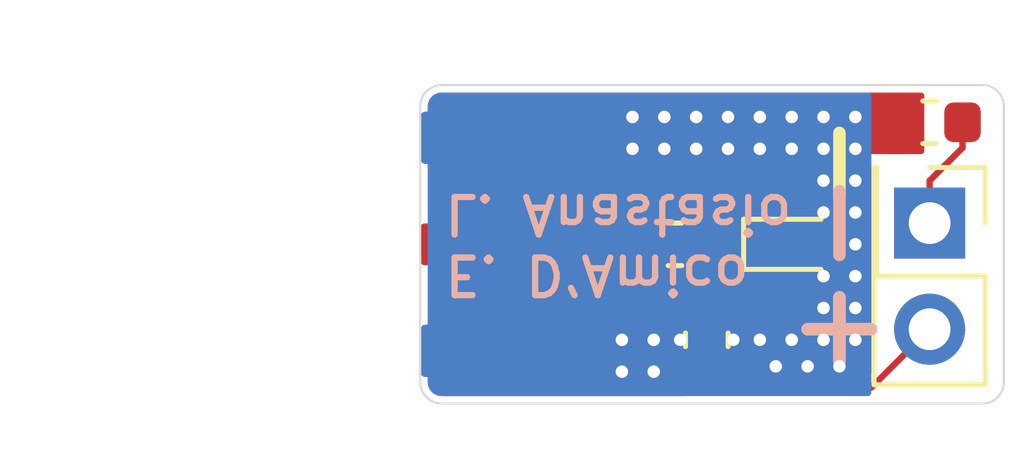
<source format=kicad_pcb>
(kicad_pcb (version 20171130) (host pcbnew 5.1.5-52549c5~84~ubuntu16.04.1)

  (general
    (thickness 1.6)
    (drawings 15)
    (tracks 49)
    (zones 0)
    (modules 6)
    (nets 6)
  )

  (page A4)
  (layers
    (0 F.Cu signal)
    (31 B.Cu signal)
    (32 B.Adhes user)
    (33 F.Adhes user)
    (34 B.Paste user)
    (35 F.Paste user)
    (36 B.SilkS user)
    (37 F.SilkS user)
    (38 B.Mask user)
    (39 F.Mask user)
    (40 Dwgs.User user)
    (41 Cmts.User user)
    (42 Eco1.User user)
    (43 Eco2.User user)
    (44 Edge.Cuts user)
    (45 Margin user)
    (46 B.CrtYd user)
    (47 F.CrtYd user)
    (48 B.Fab user)
    (49 F.Fab user)
  )

  (setup
    (last_trace_width 0.1524)
    (user_trace_width 0.127)
    (user_trace_width 0.1524)
    (user_trace_width 0.508)
    (user_trace_width 0.508)
    (trace_clearance 0)
    (zone_clearance 0.1524)
    (zone_45_only yes)
    (trace_min 0.127)
    (via_size 0.8)
    (via_drill 0.4)
    (via_min_size 0.3)
    (via_min_drill 0.2)
    (user_via 0.5 0.2794)
    (user_via 0.5 0.3)
    (user_via 0.5 0.3302)
    (user_via 0.6858 0.3302)
    (uvia_size 0.3)
    (uvia_drill 0.1)
    (uvias_allowed no)
    (uvia_min_size 0.2)
    (uvia_min_drill 0.1)
    (edge_width 0.05)
    (segment_width 0.2)
    (pcb_text_width 0.3)
    (pcb_text_size 1.5 1.5)
    (mod_edge_width 0.12)
    (mod_text_size 1 1)
    (mod_text_width 0.15)
    (pad_size 1.524 1.524)
    (pad_drill 0.762)
    (pad_to_mask_clearance 0.051)
    (solder_mask_min_width 0.25)
    (aux_axis_origin 0 0)
    (visible_elements FFFDFF7F)
    (pcbplotparams
      (layerselection 0x010fc_ffffffff)
      (usegerberextensions true)
      (usegerberattributes false)
      (usegerberadvancedattributes false)
      (creategerberjobfile false)
      (excludeedgelayer true)
      (linewidth 0.100000)
      (plotframeref false)
      (viasonmask false)
      (mode 1)
      (useauxorigin false)
      (hpglpennumber 1)
      (hpglpenspeed 20)
      (hpglpendiameter 15.000000)
      (psnegative false)
      (psa4output false)
      (plotreference false)
      (plotvalue false)
      (plotinvisibletext false)
      (padsonsilk false)
      (subtractmaskfromsilk false)
      (outputformat 1)
      (mirror false)
      (drillshape 0)
      (scaleselection 1)
      (outputdirectory "jig_gerbers/"))
  )

  (net 0 "")
  (net 1 "Net-(C1-Pad1)")
  (net 2 "Net-(C1-Pad2)")
  (net 3 GND)
  (net 4 "Net-(J2-Pad1)")
  (net 5 "Net-(J2-Pad2)")

  (net_class Default "Questo è il gruppo di collegamenti predefinito"
    (clearance 0)
    (trace_width 0.25)
    (via_dia 0.8)
    (via_drill 0.4)
    (uvia_dia 0.3)
    (uvia_drill 0.1)
    (add_net GND)
    (add_net "Net-(C1-Pad1)")
    (add_net "Net-(C1-Pad2)")
    (add_net "Net-(J2-Pad1)")
    (add_net "Net-(J2-Pad2)")
  )

  (module Resistor_SMD:R_0603_1608Metric (layer F.Cu) (tedit 5B301BBD) (tstamp 5E07E71A)
    (at 105.41 70.866 90)
    (descr "Resistor SMD 0603 (1608 Metric), square (rectangular) end terminal, IPC_7351 nominal, (Body size source: http://www.tortai-tech.com/upload/download/2011102023233369053.pdf), generated with kicad-footprint-generator")
    (tags resistor)
    (path /5E07665C)
    (attr smd)
    (fp_text reference R1 (at 2.286 0 90) (layer F.SilkS) hide
      (effects (font (size 1 1) (thickness 0.15)))
    )
    (fp_text value R (at 0 1.43 90) (layer F.Fab)
      (effects (font (size 1 1) (thickness 0.15)))
    )
    (fp_text user %R (at 0 0 90) (layer F.Fab)
      (effects (font (size 0.4 0.4) (thickness 0.06)))
    )
    (fp_line (start 1.48 0.73) (end -1.48 0.73) (layer F.CrtYd) (width 0.05))
    (fp_line (start 1.48 -0.73) (end 1.48 0.73) (layer F.CrtYd) (width 0.05))
    (fp_line (start -1.48 -0.73) (end 1.48 -0.73) (layer F.CrtYd) (width 0.05))
    (fp_line (start -1.48 0.73) (end -1.48 -0.73) (layer F.CrtYd) (width 0.05))
    (fp_line (start -0.162779 0.51) (end 0.162779 0.51) (layer F.SilkS) (width 0.12))
    (fp_line (start -0.162779 -0.51) (end 0.162779 -0.51) (layer F.SilkS) (width 0.12))
    (fp_line (start 0.8 0.4) (end -0.8 0.4) (layer F.Fab) (width 0.1))
    (fp_line (start 0.8 -0.4) (end 0.8 0.4) (layer F.Fab) (width 0.1))
    (fp_line (start -0.8 -0.4) (end 0.8 -0.4) (layer F.Fab) (width 0.1))
    (fp_line (start -0.8 0.4) (end -0.8 -0.4) (layer F.Fab) (width 0.1))
    (pad 2 smd roundrect (at 0.7875 0 90) (size 0.875 0.95) (layers F.Cu F.Paste F.Mask) (roundrect_rratio 0.25)
      (net 2 "Net-(C1-Pad2)"))
    (pad 1 smd roundrect (at -0.7875 0 90) (size 0.875 0.95) (layers F.Cu F.Paste F.Mask) (roundrect_rratio 0.25)
      (net 5 "Net-(J2-Pad2)"))
    (model ${KISYS3DMOD}/Resistor_SMD.3dshapes/R_0603_1608Metric.wrl
      (at (xyz 0 0 0))
      (scale (xyz 1 1 1))
      (rotate (xyz 0 0 0))
    )
  )

  (module libs:D_SOD-523 (layer F.Cu) (tedit 5DF80224) (tstamp 5E0784FA)
    (at 107.442 68.58)
    (descr "http://www.diodes.com/datasheets/ap02001.pdf p.144")
    (tags "Diode SOD523")
    (path /5E07283E)
    (attr smd)
    (fp_text reference D1 (at 0 -1.3) (layer F.SilkS) hide
      (effects (font (size 1 1) (thickness 0.15)))
    )
    (fp_text value D_Capacitance (at 0 1.4) (layer F.Fab)
      (effects (font (size 1 1) (thickness 0.15)))
    )
    (fp_line (start 0.7 0.6) (end -1.15 0.6) (layer F.SilkS) (width 0.12))
    (fp_line (start 0.7 -0.6) (end -1.15 -0.6) (layer F.SilkS) (width 0.12))
    (fp_line (start 0.65 0.45) (end -0.65 0.45) (layer F.Fab) (width 0.1))
    (fp_line (start -0.65 0.45) (end -0.65 -0.45) (layer F.Fab) (width 0.1))
    (fp_line (start -0.65 -0.45) (end 0.65 -0.45) (layer F.Fab) (width 0.1))
    (fp_line (start 0.65 -0.45) (end 0.65 0.45) (layer F.Fab) (width 0.1))
    (fp_line (start -0.2 0.2) (end -0.2 -0.2) (layer F.Fab) (width 0.1))
    (fp_line (start -0.2 0) (end -0.35 0) (layer F.Fab) (width 0.1))
    (fp_line (start -0.2 0) (end 0.1 0.2) (layer F.Fab) (width 0.1))
    (fp_line (start 0.1 0.2) (end 0.1 -0.2) (layer F.Fab) (width 0.1))
    (fp_line (start 0.1 -0.2) (end -0.2 0) (layer F.Fab) (width 0.1))
    (fp_line (start 0.1 0) (end 0.25 0) (layer F.Fab) (width 0.1))
    (fp_line (start 1.25 0.7) (end -1.25 0.7) (layer F.CrtYd) (width 0.05))
    (fp_line (start -1.25 0.7) (end -1.25 -0.7) (layer F.CrtYd) (width 0.05))
    (fp_line (start -1.25 -0.7) (end 1.25 -0.7) (layer F.CrtYd) (width 0.05))
    (fp_line (start 1.25 -0.7) (end 1.25 0.7) (layer F.CrtYd) (width 0.05))
    (fp_line (start -1.15 -0.6) (end -1.15 0.6) (layer F.SilkS) (width 0.12))
    (fp_text user %R (at 0 -1.3) (layer F.Fab)
      (effects (font (size 1 1) (thickness 0.15)))
    )
    (pad 1 smd roundrect (at -0.7 0 180) (size 0.6 0.7) (layers F.Cu F.Paste F.Mask) (roundrect_rratio 0.25)
      (net 2 "Net-(C1-Pad2)"))
    (pad 2 smd roundrect (at 0.7 0 180) (size 0.6 0.7) (layers F.Cu F.Paste F.Mask) (roundrect_rratio 0.25)
      (net 3 GND))
    (model ${KISYS3DMOD}/Diode_SMD.3dshapes/D_SOD-523.wrl
      (at (xyz 0 0 0))
      (scale (xyz 1 1 1))
      (rotate (xyz 0 0 0))
    )
  )

  (module libs:SMA_generic_EdgeMount (layer F.Cu) (tedit 5E073B47) (tstamp 5E07CB61)
    (at 98.552 68.58)
    (path /5E07ADA9)
    (fp_text reference J1 (at 5.334 3.048) (layer F.SilkS) hide
      (effects (font (size 1 1) (thickness 0.15)))
    )
    (fp_text value Conn_Coaxial (at 0 -5) (layer F.Fab)
      (effects (font (size 1 1) (thickness 0.15)))
    )
    (fp_text user %R (at -0.79 0 90) (layer F.Fab)
      (effects (font (size 1 1) (thickness 0.15)))
    )
    (fp_line (start -5.786345 1.35926) (end -5.800622 1.592155) (layer F.Fab) (width 0.1))
    (fp_line (start -5.771649 1.106776) (end -5.786345 1.35926) (layer F.Fab) (width 0.1))
    (fp_line (start -5.75681 0.839211) (end -5.771649 1.106776) (layer F.Fab) (width 0.1))
    (fp_line (start -5.742114 0.561714) (end -5.75681 0.839211) (layer F.Fab) (width 0.1))
    (fp_line (start -4.839229 2.998726) (end -4.84754 2.987566) (layer F.Fab) (width 0.1))
    (fp_line (start -4.825622 2.980453) (end -4.839229 2.998726) (layer F.Fab) (width 0.1))
    (fp_line (start -4.811345 2.924697) (end -4.825622 2.980453) (layer F.Fab) (width 0.1))
    (fp_line (start -4.796649 2.831085) (end -4.811345 2.924697) (layer F.Fab) (width 0.1))
    (fp_line (start -5.064229 1.801848) (end -5.050622 1.592155) (layer F.Fab) (width 0.1))
    (fp_line (start -5.077837 1.989576) (end -5.064229 1.801848) (layer F.Fab) (width 0.1))
    (fp_line (start -5.092114 2.155447) (end -5.077837 1.989576) (layer F.Fab) (width 0.1))
    (fp_line (start -5.10681 2.295402) (end -5.092114 2.155447) (layer F.Fab) (width 0.1))
    (fp_line (start -5.121649 2.406231) (end -5.10681 2.295402) (layer F.Fab) (width 0.1))
    (fp_line (start -4.38181 -1.304863) (end -4.396649 -0.990081) (layer F.Fab) (width 0.1))
    (fp_line (start -4.367114 -1.601903) (end -4.38181 -1.304863) (layer F.Fab) (width 0.1))
    (fp_line (start -4.352837 -1.875897) (end -4.367114 -1.601903) (layer F.Fab) (width 0.1))
    (fp_line (start -4.339229 -2.122595) (end -4.352837 -1.875897) (layer F.Fab) (width 0.1))
    (fp_line (start -4.325622 -2.343451) (end -4.339229 -2.122595) (layer F.Fab) (width 0.1))
    (fp_line (start -4.311345 -2.538593) (end -4.325622 -2.343451) (layer F.Fab) (width 0.1))
    (fp_line (start -4.630918 2.991802) (end -4.492667 2.766129) (layer F.Fab) (width 0.1))
    (fp_line (start -4.492667 2.766129) (end -4.354414 2.540555) (layer F.Fab) (width 0.1))
    (fp_line (start -5.614229 -1.804397) (end -5.626448 -1.616668) (layer F.Fab) (width 0.1))
    (fp_line (start -5.600622 -1.992124) (end -5.614229 -1.804397) (layer F.Fab) (width 0.1))
    (fp_line (start -5.586345 -2.157995) (end -5.600622 -1.992124) (layer F.Fab) (width 0.1))
    (fp_line (start -5.571649 -2.297951) (end -5.586345 -2.157995) (layer F.Fab) (width 0.1))
    (fp_line (start -7.647466 -2.994474) (end -7.785722 -2.768794) (layer F.Fab) (width 0.1))
    (fp_line (start -6.230918 2.991802) (end -6.092667 2.766129) (layer F.Fab) (width 0.1))
    (fp_line (start -8.639229 -0.001274) (end -8.652837 0.329336) (layer F.Fab) (width 0.1))
    (fp_line (start -8.625622 -0.331885) (end -8.639229 -0.001274) (layer F.Fab) (width 0.1))
    (fp_line (start -8.611345 -0.663614) (end -8.625622 -0.331885) (layer F.Fab) (width 0.1))
    (fp_line (start -8.596649 -0.990081) (end -8.611345 -0.663614) (layer F.Fab) (width 0.1))
    (fp_line (start -6.739229 -2.122595) (end -6.752837 -1.875897) (layer F.Fab) (width 0.1))
    (fp_line (start -6.725622 -2.343451) (end -6.739229 -2.122595) (layer F.Fab) (width 0.1))
    (fp_line (start -6.711345 -2.538593) (end -6.725622 -2.343451) (layer F.Fab) (width 0.1))
    (fp_line (start -6.696649 -2.703247) (end -6.711345 -2.538593) (layer F.Fab) (width 0.1))
    (fp_line (start -6.68181 -2.833634) (end -6.696649 -2.703247) (layer F.Fab) (width 0.1))
    (fp_line (start -6.667114 -2.927245) (end -6.68181 -2.833634) (layer F.Fab) (width 0.1))
    (fp_line (start -6.652837 -2.983001) (end -6.667114 -2.927245) (layer F.Fab) (width 0.1))
    (fp_line (start -6.671649 2.406231) (end -6.686345 2.485801) (layer F.Fab) (width 0.1))
    (fp_line (start -6.65681 2.295402) (end -6.671649 2.406231) (layer F.Fab) (width 0.1))
    (fp_line (start -6.642114 2.155447) (end -6.65681 2.295402) (layer F.Fab) (width 0.1))
    (fp_line (start -6.627837 1.989576) (end -6.642114 2.155447) (layer F.Fab) (width 0.1))
    (fp_line (start -6.614229 1.801848) (end -6.627837 1.989576) (layer F.Fab) (width 0.1))
    (fp_line (start -4.869878 -0.87435) (end -4.885187 -0.586598) (layer F.Fab) (width 0.1))
    (fp_line (start -4.854452 -1.150674) (end -4.869878 -0.87435) (layer F.Fab) (width 0.1))
    (fp_line (start -4.839229 -1.409867) (end -4.854452 -1.150674) (layer F.Fab) (width 0.1))
    (fp_line (start -4.826448 -1.616668) (end -4.839229 -1.409867) (layer F.Fab) (width 0.1))
    (fp_line (start -6.38181 2.700698) (end -6.396649 2.831085) (layer F.Fab) (width 0.1))
    (fp_line (start -6.367114 2.536044) (end -6.38181 2.700698) (layer F.Fab) (width 0.1))
    (fp_line (start -6.352837 2.340902) (end -6.367114 2.536044) (layer F.Fab) (width 0.1))
    (fp_line (start -6.339229 2.120046) (end -6.352837 2.340902) (layer F.Fab) (width 0.1))
    (fp_line (start -6.211345 -0.663614) (end -6.225622 -0.331885) (layer F.Fab) (width 0.1))
    (fp_line (start -6.196649 -0.990081) (end -6.211345 -0.663614) (layer F.Fab) (width 0.1))
    (fp_line (start -6.18181 -1.304863) (end -6.196649 -0.990081) (layer F.Fab) (width 0.1))
    (fp_line (start -6.167114 -1.601903) (end -6.18181 -1.304863) (layer F.Fab) (width 0.1))
    (fp_line (start -4.719038 -2.551274) (end -4.764229 -2.551274) (layer F.Fab) (width 0.1))
    (fp_line (start -5.519038 -2.551274) (end -5.564229 -2.551274) (layer F.Fab) (width 0.1))
    (fp_line (start -6.319038 -2.551274) (end -6.364229 -2.551274) (layer F.Fab) (width 0.1))
    (fp_line (start -4.30681 2.295402) (end -4.292114 2.155447) (layer F.Fab) (width 0.1))
    (fp_line (start -4.321649 2.406231) (end -4.30681 2.295402) (layer F.Fab) (width 0.1))
    (fp_line (start -4.336345 2.485801) (end -4.321649 2.406231) (layer F.Fab) (width 0.1))
    (fp_line (start -4.350622 2.533194) (end -4.336345 2.485801) (layer F.Fab) (width 0.1))
    (fp_line (start -4.354367 2.537468) (end -4.350622 2.533194) (layer F.Fab) (width 0.1))
    (fp_line (start -4.838045 2.998582) (end -4.638045 2.998582) (layer F.Fab) (width 0.1))
    (fp_line (start -5.727837 0.279745) (end -5.742114 0.561714) (layer F.Fab) (width 0.1))
    (fp_line (start -5.714229 -0.001274) (end -5.727837 0.279745) (layer F.Fab) (width 0.1))
    (fp_line (start -5.700065 -0.293538) (end -5.714229 -0.001274) (layer F.Fab) (width 0.1))
    (fp_line (start -5.685187 -0.586598) (end -5.700065 -0.293538) (layer F.Fab) (width 0.1))
    (fp_line (start -5.954367 2.537468) (end -5.950622 2.533194) (layer F.Fab) (width 0.1))
    (fp_line (start -6.376286 -2.539027) (end -6.364229 -2.551274) (layer F.Fab) (width 0.1))
    (fp_line (start -6.388893 -2.501681) (end -6.376286 -2.539027) (layer F.Fab) (width 0.1))
    (fp_line (start -6.404177 -2.425267) (end -6.388893 -2.501681) (layer F.Fab) (width 0.1))
    (fp_line (start -6.419671 -2.314483) (end -6.404177 -2.425267) (layer F.Fab) (width 0.1))
    (fp_line (start -5.669878 -0.87435) (end -5.685187 -0.586598) (layer F.Fab) (width 0.1))
    (fp_line (start -5.654452 -1.150674) (end -5.669878 -0.87435) (layer F.Fab) (width 0.1))
    (fp_line (start -5.639229 -1.409867) (end -5.654452 -1.150674) (layer F.Fab) (width 0.1))
    (fp_line (start -5.626448 -1.616668) (end -5.639229 -1.409867) (layer F.Fab) (width 0.1))
    (fp_line (start -6.152837 2.340902) (end -6.167114 2.536044) (layer F.Fab) (width 0.1))
    (fp_line (start -6.139229 2.120046) (end -6.152837 2.340902) (layer F.Fab) (width 0.1))
    (fp_line (start -6.125622 1.873348) (end -6.139229 2.120046) (layer F.Fab) (width 0.1))
    (fp_line (start -6.111345 1.599355) (end -6.125622 1.873348) (layer F.Fab) (width 0.1))
    (fp_line (start -6.096649 1.302314) (end -6.111345 1.599355) (layer F.Fab) (width 0.1))
    (fp_line (start -6.08181 0.987532) (end -6.096649 1.302314) (layer F.Fab) (width 0.1))
    (fp_line (start -6.067114 0.661065) (end -6.08181 0.987532) (layer F.Fab) (width 0.1))
    (fp_line (start -4.892667 -2.768678) (end -5.030918 -2.994351) (layer F.Fab) (width 0.1))
    (fp_line (start -6.50681 -1.109325) (end -6.492114 -1.361809) (layer F.Fab) (width 0.1))
    (fp_line (start -6.521649 -0.84176) (end -6.50681 -1.109325) (layer F.Fab) (width 0.1))
    (fp_line (start -6.536345 -0.564263) (end -6.521649 -0.84176) (layer F.Fab) (width 0.1))
    (fp_line (start -6.550622 -0.282293) (end -6.536345 -0.564263) (layer F.Fab) (width 0.1))
    (fp_line (start -6.564229 -0.001274) (end -6.550622 -0.282293) (layer F.Fab) (width 0.1))
    (fp_line (start -5.167114 -1.601903) (end -5.18181 -1.304863) (layer F.Fab) (width 0.1))
    (fp_line (start -5.152837 -1.875897) (end -5.167114 -1.601903) (layer F.Fab) (width 0.1))
    (fp_line (start -5.139229 -2.122595) (end -5.152837 -1.875897) (layer F.Fab) (width 0.1))
    (fp_line (start -5.125622 -2.343451) (end -5.139229 -2.122595) (layer F.Fab) (width 0.1))
    (fp_line (start -5.111345 -2.538593) (end -5.125622 -2.343451) (layer F.Fab) (width 0.1))
    (fp_line (start -5.096649 -2.703247) (end -5.111345 -2.538593) (layer F.Fab) (width 0.1))
    (fp_line (start -5.08181 -2.833634) (end -5.096649 -2.703247) (layer F.Fab) (width 0.1))
    (fp_line (start -7.238045 2.998582) (end -7.038045 2.998582) (layer F.Fab) (width 0.1))
    (fp_line (start -6.650622 1.592155) (end -6.636345 1.35926) (layer F.Fab) (width 0.1))
    (fp_line (start -6.664229 1.801848) (end -6.650622 1.592155) (layer F.Fab) (width 0.1))
    (fp_line (start -6.677837 1.989576) (end -6.664229 1.801848) (layer F.Fab) (width 0.1))
    (fp_line (start -6.692114 2.155447) (end -6.677837 1.989576) (layer F.Fab) (width 0.1))
    (fp_line (start -6.70681 2.295402) (end -6.692114 2.155447) (layer F.Fab) (width 0.1))
    (fp_line (start -5.952837 -1.875897) (end -5.967114 -1.601903) (layer F.Fab) (width 0.1))
    (fp_line (start -5.939229 -2.122595) (end -5.952837 -1.875897) (layer F.Fab) (width 0.1))
    (fp_line (start -5.925622 -2.343451) (end -5.939229 -2.122595) (layer F.Fab) (width 0.1))
    (fp_line (start -5.911345 -2.538593) (end -5.925622 -2.343451) (layer F.Fab) (width 0.1))
    (fp_line (start -5.896649 -2.703247) (end -5.911345 -2.538593) (layer F.Fab) (width 0.1))
    (fp_line (start -5.88181 -2.833634) (end -5.896649 -2.703247) (layer F.Fab) (width 0.1))
    (fp_line (start -5.867114 -2.927245) (end -5.88181 -2.833634) (layer F.Fab) (width 0.1))
    (fp_line (start -5.267114 0.661065) (end -5.28181 0.987532) (layer F.Fab) (width 0.1))
    (fp_line (start -5.252837 0.329336) (end -5.267114 0.661065) (layer F.Fab) (width 0.1))
    (fp_line (start -5.239229 -0.001274) (end -5.252837 0.329336) (layer F.Fab) (width 0.1))
    (fp_line (start -5.225622 -0.331885) (end -5.239229 -0.001274) (layer F.Fab) (width 0.1))
    (fp_line (start -5.211345 -0.663614) (end -5.225622 -0.331885) (layer F.Fab) (width 0.1))
    (fp_line (start -5.196649 -0.990081) (end -5.211345 -0.663614) (layer F.Fab) (width 0.1))
    (fp_line (start -5.18181 -1.304863) (end -5.196649 -0.990081) (layer F.Fab) (width 0.1))
    (fp_line (start -6.98181 -1.304863) (end -6.996649 -0.990081) (layer F.Fab) (width 0.1))
    (fp_line (start -6.967114 -1.601903) (end -6.98181 -1.304863) (layer F.Fab) (width 0.1))
    (fp_line (start -6.952837 -1.875897) (end -6.967114 -1.601903) (layer F.Fab) (width 0.1))
    (fp_line (start -6.939229 -2.122595) (end -6.952837 -1.875897) (layer F.Fab) (width 0.1))
    (fp_line (start -6.185722 -2.768794) (end -6.32398 -2.543211) (layer F.Fab) (width 0.1))
    (fp_line (start -4.75681 -2.40878) (end -4.771649 -2.297951) (layer F.Fab) (width 0.1))
    (fp_line (start -4.742114 -2.48835) (end -4.75681 -2.40878) (layer F.Fab) (width 0.1))
    (fp_line (start -4.727837 -2.535742) (end -4.742114 -2.48835) (layer F.Fab) (width 0.1))
    (fp_line (start -4.724027 -2.540091) (end -4.727837 -2.535742) (layer F.Fab) (width 0.1))
    (fp_line (start -6.039229 -3.001274) (end -6.052837 -2.983001) (layer F.Fab) (width 0.1))
    (fp_line (start -6.039186 -3.001216) (end -6.039229 -3.001274) (layer F.Fab) (width 0.1))
    (fp_line (start -5.639229 2.998726) (end -5.64754 2.987566) (layer F.Fab) (width 0.1))
    (fp_line (start -5.625622 2.980453) (end -5.639229 2.998726) (layer F.Fab) (width 0.1))
    (fp_arc (start 3.960771 0.348726) (end 3.960771 0.448726) (angle -90) (layer F.Fab) (width 0.1))
    (fp_arc (start 3.960771 -0.351274) (end 4.060771 -0.351274) (angle -90) (layer F.Fab) (width 0.1))
    (fp_line (start 3.960771 -0.451274) (end 0.160771 -0.451274) (layer F.Fab) (width 0.1))
    (fp_line (start 0.160771 0.448726) (end 3.960771 0.448726) (layer F.Fab) (width 0.1))
    (fp_arc (start -46.662081 -2.381991) (end -4.31423 2.548726) (angle -5.334704577) (layer F.Fab) (width 0.1))
    (fp_line (start -8.788893 -2.130609) (end -8.788893 2.767397) (layer F.Fab) (width 0.1))
    (fp_line (start -8.78181 2.700698) (end -8.788893 2.767397) (layer F.Fab) (width 0.1))
    (fp_line (start -8.767114 2.536044) (end -8.78181 2.700698) (layer F.Fab) (width 0.1))
    (fp_line (start -8.788893 -2.551274) (end -9.439229 -2.551274) (layer F.Fab) (width 0.1))
    (fp_arc (start -1.639229 -2.651274) (end -1.639229 -2.551274) (angle -90) (layer F.Fab) (width 0.1))
    (fp_arc (start -1.639229 2.648726) (end -1.539229 2.648726) (angle -90) (layer F.Fab) (width 0.1))
    (fp_line (start -4.927837 0.279745) (end -4.942114 0.561714) (layer F.Fab) (width 0.1))
    (fp_line (start -4.914229 -0.001274) (end -4.927837 0.279745) (layer F.Fab) (width 0.1))
    (fp_line (start -4.900065 -0.293538) (end -4.914229 -0.001274) (layer F.Fab) (width 0.1))
    (fp_line (start -4.885187 -0.586598) (end -4.900065 -0.293538) (layer F.Fab) (width 0.1))
    (fp_line (start -6.092667 2.766129) (end -5.954414 2.540555) (layer F.Fab) (width 0.1))
    (fp_line (start -4.359422 2.548726) (end -4.314229 2.548726) (layer F.Fab) (width 0.1))
    (fp_line (start -4.039229 2.548726) (end -1.639229 2.548726) (layer F.Fab) (width 0.1))
    (fp_line (start -1.639229 -2.551274) (end -4.039229 -2.551274) (layer F.Fab) (width 0.1))
    (fp_line (start -6.492667 -2.768678) (end -6.630918 -2.994351) (layer F.Fab) (width 0.1))
    (fp_line (start -7.959422 -2.551274) (end -8.092667 -2.768678) (layer F.Fab) (width 0.1))
    (fp_line (start -4.759422 -2.551274) (end -4.892667 -2.768678) (layer F.Fab) (width 0.1))
    (fp_line (start -7.152837 2.340902) (end -7.167114 2.536044) (layer F.Fab) (width 0.1))
    (fp_line (start -7.139229 2.120046) (end -7.152837 2.340902) (layer F.Fab) (width 0.1))
    (fp_line (start -7.125622 1.873348) (end -7.139229 2.120046) (layer F.Fab) (width 0.1))
    (fp_line (start -7.111345 1.599355) (end -7.125622 1.873348) (layer F.Fab) (width 0.1))
    (fp_line (start -8.396649 -0.990081) (end -8.411345 -0.663614) (layer F.Fab) (width 0.1))
    (fp_line (start -8.38181 -1.304863) (end -8.396649 -0.990081) (layer F.Fab) (width 0.1))
    (fp_line (start -8.367114 -1.601903) (end -8.38181 -1.304863) (layer F.Fab) (width 0.1))
    (fp_line (start -8.352837 -1.875897) (end -8.367114 -1.601903) (layer F.Fab) (width 0.1))
    (fp_line (start -8.339229 -2.122595) (end -8.352837 -1.875897) (layer F.Fab) (width 0.1))
    (fp_line (start -8.325622 -2.343451) (end -8.339229 -2.122595) (layer F.Fab) (width 0.1))
    (fp_line (start -8.311345 -2.538593) (end -8.325622 -2.343451) (layer F.Fab) (width 0.1))
    (fp_line (start -8.296649 -2.703247) (end -8.311345 -2.538593) (layer F.Fab) (width 0.1))
    (fp_line (start -5.367114 2.536044) (end -5.38181 2.700698) (layer F.Fab) (width 0.1))
    (fp_line (start -5.352837 2.340902) (end -5.367114 2.536044) (layer F.Fab) (width 0.1))
    (fp_line (start -5.339229 2.120046) (end -5.352837 2.340902) (layer F.Fab) (width 0.1))
    (fp_line (start -5.325622 1.873348) (end -5.339229 2.120046) (layer F.Fab) (width 0.1))
    (fp_line (start -5.311345 1.599355) (end -5.325622 1.873348) (layer F.Fab) (width 0.1))
    (fp_line (start -5.296649 1.302314) (end -5.311345 1.599355) (layer F.Fab) (width 0.1))
    (fp_line (start -5.28181 0.987532) (end -5.296649 1.302314) (layer F.Fab) (width 0.1))
    (fp_line (start -6.585722 2.766245) (end -6.447466 2.991926) (layer F.Fab) (width 0.1))
    (fp_line (start -4.447466 -2.994474) (end -4.585722 -2.768794) (layer F.Fab) (width 0.1))
    (fp_line (start -7.159422 -2.551274) (end -7.292667 -2.768678) (layer F.Fab) (width 0.1))
    (fp_line (start -4.319038 2.548726) (end -4.185722 2.766245) (layer F.Fab) (width 0.1))
    (fp_line (start -7.785722 -2.768794) (end -7.92398 -2.543211) (layer F.Fab) (width 0.1))
    (fp_line (start -6.438045 2.998582) (end -6.238045 2.998582) (layer F.Fab) (width 0.1))
    (fp_line (start -5.039187 -3.001274) (end -5.239187 -3.001274) (layer F.Fab) (width 0.1))
    (fp_line (start -4.585722 -2.768794) (end -4.72398 -2.543211) (layer F.Fab) (width 0.1))
    (fp_line (start -6.721649 2.406231) (end -6.70681 2.295402) (layer F.Fab) (width 0.1))
    (fp_line (start -6.736345 2.485801) (end -6.721649 2.406231) (layer F.Fab) (width 0.1))
    (fp_line (start -6.750622 2.533194) (end -6.736345 2.485801) (layer F.Fab) (width 0.1))
    (fp_line (start -6.754367 2.537468) (end -6.750622 2.533194) (layer F.Fab) (width 0.1))
    (fp_line (start -7.176286 -2.539027) (end -7.164229 -2.551274) (layer F.Fab) (width 0.1))
    (fp_line (start -6.152837 -1.875897) (end -6.167114 -1.601903) (layer F.Fab) (width 0.1))
    (fp_line (start -6.139229 -2.122595) (end -6.152837 -1.875897) (layer F.Fab) (width 0.1))
    (fp_line (start -6.125622 -2.343451) (end -6.139229 -2.122595) (layer F.Fab) (width 0.1))
    (fp_line (start -6.111345 -2.538593) (end -6.125622 -2.343451) (layer F.Fab) (width 0.1))
    (fp_line (start -7.211345 2.924697) (end -7.225622 2.980453) (layer F.Fab) (width 0.1))
    (fp_line (start -7.196649 2.831085) (end -7.211345 2.924697) (layer F.Fab) (width 0.1))
    (fp_line (start -7.18181 2.700698) (end -7.196649 2.831085) (layer F.Fab) (width 0.1))
    (fp_line (start -7.167114 2.536044) (end -7.18181 2.700698) (layer F.Fab) (width 0.1))
    (fp_line (start -6.939229 2.120046) (end -6.952837 2.340902) (layer F.Fab) (width 0.1))
    (fp_line (start -6.925622 1.873348) (end -6.939229 2.120046) (layer F.Fab) (width 0.1))
    (fp_line (start -6.911345 1.599355) (end -6.925622 1.873348) (layer F.Fab) (width 0.1))
    (fp_line (start -6.896649 1.302314) (end -6.911345 1.599355) (layer F.Fab) (width 0.1))
    (fp_line (start -6.88181 0.987532) (end -6.896649 1.302314) (layer F.Fab) (width 0.1))
    (fp_line (start -6.867114 0.661065) (end -6.88181 0.987532) (layer F.Fab) (width 0.1))
    (fp_line (start -6.852837 0.329336) (end -6.867114 0.661065) (layer F.Fab) (width 0.1))
    (fp_line (start -8.239187 -3.001274) (end -8.439187 -3.001274) (layer F.Fab) (width 0.1))
    (fp_line (start -4.776286 -2.539027) (end -4.764229 -2.551274) (layer F.Fab) (width 0.1))
    (fp_line (start -4.788893 -2.501681) (end -4.776286 -2.539027) (layer F.Fab) (width 0.1))
    (fp_line (start -4.804177 -2.425267) (end -4.788893 -2.501681) (layer F.Fab) (width 0.1))
    (fp_line (start -4.819671 -2.314483) (end -4.804177 -2.425267) (layer F.Fab) (width 0.1))
    (fp_line (start -4.835051 -2.171551) (end -4.819671 -2.314483) (layer F.Fab) (width 0.1))
    (fp_line (start -6.096649 -2.703247) (end -6.111345 -2.538593) (layer F.Fab) (width 0.1))
    (fp_line (start -6.08181 -2.833634) (end -6.096649 -2.703247) (layer F.Fab) (width 0.1))
    (fp_line (start -6.067114 -2.927245) (end -6.08181 -2.833634) (layer F.Fab) (width 0.1))
    (fp_line (start -6.052837 -2.983001) (end -6.067114 -2.927245) (layer F.Fab) (width 0.1))
    (fp_line (start -5.292667 2.766129) (end -5.154414 2.540555) (layer F.Fab) (width 0.1))
    (fp_line (start -4.814229 -1.804397) (end -4.826448 -1.616668) (layer F.Fab) (width 0.1))
    (fp_line (start -4.800622 -1.992124) (end -4.814229 -1.804397) (layer F.Fab) (width 0.1))
    (fp_line (start -4.786345 -2.157995) (end -4.800622 -1.992124) (layer F.Fab) (width 0.1))
    (fp_line (start -4.771649 -2.297951) (end -4.786345 -2.157995) (layer F.Fab) (width 0.1))
    (fp_line (start -5.892114 2.155447) (end -5.877837 1.989576) (layer F.Fab) (width 0.1))
    (fp_line (start -5.90681 2.295402) (end -5.892114 2.155447) (layer F.Fab) (width 0.1))
    (fp_line (start -5.921649 2.406231) (end -5.90681 2.295402) (layer F.Fab) (width 0.1))
    (fp_line (start -5.936345 2.485801) (end -5.921649 2.406231) (layer F.Fab) (width 0.1))
    (fp_line (start -5.950622 2.533194) (end -5.936345 2.485801) (layer F.Fab) (width 0.1))
    (fp_line (start -6.759422 2.548726) (end -6.714229 2.548726) (layer F.Fab) (width 0.1))
    (fp_line (start -5.959422 2.548726) (end -5.914229 2.548726) (layer F.Fab) (width 0.1))
    (fp_line (start -5.159422 2.548726) (end -5.114229 2.548726) (layer F.Fab) (width 0.1))
    (fp_line (start -4.85 -2) (end -4.835051 -2.171551) (layer F.Fab) (width 0.1))
    (fp_line (start -4.864229 -1.804397) (end -4.85 -2) (layer F.Fab) (width 0.1))
    (fp_line (start -4.877837 -1.594703) (end -4.864229 -1.804397) (layer F.Fab) (width 0.1))
    (fp_line (start -4.892114 -1.361809) (end -4.877837 -1.594703) (layer F.Fab) (width 0.1))
    (fp_line (start -4.90681 -1.109325) (end -4.892114 -1.361809) (layer F.Fab) (width 0.1))
    (fp_line (start -4.092667 -2.768678) (end -4.230918 -2.994351) (layer F.Fab) (width 0.1))
    (fp_line (start -4.221649 1.106776) (end -4.20681 0.839211) (layer F.Fab) (width 0.1))
    (fp_line (start -4.236345 1.35926) (end -4.221649 1.106776) (layer F.Fab) (width 0.1))
    (fp_line (start -4.250622 1.592155) (end -4.236345 1.35926) (layer F.Fab) (width 0.1))
    (fp_line (start -4.264229 1.801848) (end -4.250622 1.592155) (layer F.Fab) (width 0.1))
    (fp_line (start -4.277837 1.989576) (end -4.264229 1.801848) (layer F.Fab) (width 0.1))
    (fp_line (start -4.292114 2.155447) (end -4.277837 1.989576) (layer F.Fab) (width 0.1))
    (fp_line (start -4.239187 -3.001274) (end -4.439187 -3.001274) (layer F.Fab) (width 0.1))
    (fp_line (start -8.788893 2.998582) (end -8.638045 2.998582) (layer F.Fab) (width 0.1))
    (fp_line (start -8.038045 2.998582) (end -7.838045 2.998582) (layer F.Fab) (width 0.1))
    (fp_line (start -5.677837 -1.594703) (end -5.664229 -1.804397) (layer F.Fab) (width 0.1))
    (fp_line (start -5.692114 -1.361809) (end -5.677837 -1.594703) (layer F.Fab) (width 0.1))
    (fp_line (start -5.70681 -1.109325) (end -5.692114 -1.361809) (layer F.Fab) (width 0.1))
    (fp_line (start -5.721649 -0.84176) (end -5.70681 -1.109325) (layer F.Fab) (width 0.1))
    (fp_line (start -5.736345 -0.564263) (end -5.721649 -0.84176) (layer F.Fab) (width 0.1))
    (fp_line (start -6.847466 -2.994474) (end -6.985722 -2.768794) (layer F.Fab) (width 0.1))
    (fp_line (start -4.039159 -2.681374) (end -4.092667 -2.768678) (layer F.Fab) (width 0.1))
    (fp_line (start -7.830918 2.991802) (end -7.692667 2.766129) (layer F.Fab) (width 0.1))
    (fp_line (start -5.430918 2.991802) (end -5.292667 2.766129) (layer F.Fab) (width 0.1))
    (fp_line (start -7.439187 -3.001274) (end -7.639187 -3.001274) (layer F.Fab) (width 0.1))
    (fp_line (start -5.119038 2.548726) (end -4.985722 2.766245) (layer F.Fab) (width 0.1))
    (fp_line (start -4.552837 -1.875897) (end -4.567114 -1.601903) (layer F.Fab) (width 0.1))
    (fp_line (start -4.539229 -2.122595) (end -4.552837 -1.875897) (layer F.Fab) (width 0.1))
    (fp_line (start -4.525622 -2.343451) (end -4.539229 -2.122595) (layer F.Fab) (width 0.1))
    (fp_line (start -4.511345 -2.538593) (end -4.525622 -2.343451) (layer F.Fab) (width 0.1))
    (fp_line (start -8.447466 -2.994474) (end -8.585722 -2.768794) (layer F.Fab) (width 0.1))
    (fp_line (start -5.042114 2.155447) (end -5.05681 2.295402) (layer F.Fab) (width 0.1))
    (fp_line (start -5.027837 1.989576) (end -5.042114 2.155447) (layer F.Fab) (width 0.1))
    (fp_line (start -5.014229 1.801848) (end -5.027837 1.989576) (layer F.Fab) (width 0.1))
    (fp_line (start -5.000622 1.592155) (end -5.014229 1.801848) (layer F.Fab) (width 0.1))
    (fp_line (start -8.467114 -2.927245) (end -8.48181 -2.833634) (layer F.Fab) (width 0.1))
    (fp_line (start -8.452837 -2.983001) (end -8.467114 -2.927245) (layer F.Fab) (width 0.1))
    (fp_line (start -8.439229 -3.001274) (end -8.452837 -2.983001) (layer F.Fab) (width 0.1))
    (fp_line (start -8.439186 -3.001216) (end -8.439229 -3.001274) (layer F.Fab) (width 0.1))
    (fp_line (start -7.030918 2.991802) (end -6.892667 2.766129) (layer F.Fab) (width 0.1))
    (fp_line (start -6.577837 0.279745) (end -6.564229 -0.001274) (layer F.Fab) (width 0.1))
    (fp_line (start -6.592114 0.561714) (end -6.577837 0.279745) (layer F.Fab) (width 0.1))
    (fp_line (start -6.60681 0.839211) (end -6.592114 0.561714) (layer F.Fab) (width 0.1))
    (fp_line (start -6.621649 1.106776) (end -6.60681 0.839211) (layer F.Fab) (width 0.1))
    (fp_line (start -6.636345 1.35926) (end -6.621649 1.106776) (layer F.Fab) (width 0.1))
    (fp_line (start -8.752837 2.340902) (end -8.767114 2.536044) (layer F.Fab) (width 0.1))
    (fp_line (start -8.739229 2.120046) (end -8.752837 2.340902) (layer F.Fab) (width 0.1))
    (fp_line (start -8.725622 1.873348) (end -8.739229 2.120046) (layer F.Fab) (width 0.1))
    (fp_line (start -8.711345 1.599355) (end -8.725622 1.873348) (layer F.Fab) (width 0.1))
    (fp_line (start -6.639187 -3.001274) (end -6.839187 -3.001274) (layer F.Fab) (width 0.1))
    (fp_line (start -6.359422 -2.551274) (end -6.492667 -2.768678) (layer F.Fab) (width 0.1))
    (fp_line (start -6.867114 -2.927245) (end -6.88181 -2.833634) (layer F.Fab) (width 0.1))
    (fp_line (start -6.852837 -2.983001) (end -6.867114 -2.927245) (layer F.Fab) (width 0.1))
    (fp_line (start -6.839229 -3.001274) (end -6.852837 -2.983001) (layer F.Fab) (width 0.1))
    (fp_line (start -6.839186 -3.001216) (end -6.839229 -3.001274) (layer F.Fab) (width 0.1))
    (fp_line (start -8.319038 2.548726) (end -8.185722 2.766245) (layer F.Fab) (width 0.1))
    (fp_line (start -8.58181 -1.304863) (end -8.596649 -0.990081) (layer F.Fab) (width 0.1))
    (fp_line (start -8.567114 -1.601903) (end -8.58181 -1.304863) (layer F.Fab) (width 0.1))
    (fp_line (start -8.552837 -1.875897) (end -8.567114 -1.601903) (layer F.Fab) (width 0.1))
    (fp_line (start -8.539229 -2.122595) (end -8.552837 -1.875897) (layer F.Fab) (width 0.1))
    (fp_line (start -5.604177 -2.425267) (end -5.588893 -2.501681) (layer F.Fab) (width 0.1))
    (fp_line (start -5.619671 -2.314483) (end -5.604177 -2.425267) (layer F.Fab) (width 0.1))
    (fp_line (start -5.635051 -2.171551) (end -5.619671 -2.314483) (layer F.Fab) (width 0.1))
    (fp_line (start -5.65 -2) (end -5.635051 -2.171551) (layer F.Fab) (width 0.1))
    (fp_line (start -5.664229 -1.804397) (end -5.65 -2) (layer F.Fab) (width 0.1))
    (fp_line (start -5.38181 -1.304863) (end -5.396649 -0.990081) (layer F.Fab) (width 0.1))
    (fp_line (start -5.367114 -1.601903) (end -5.38181 -1.304863) (layer F.Fab) (width 0.1))
    (fp_line (start -5.352837 -1.875897) (end -5.367114 -1.601903) (layer F.Fab) (width 0.1))
    (fp_line (start -5.339229 -2.122595) (end -5.352837 -1.875897) (layer F.Fab) (width 0.1))
    (fp_line (start -4.58181 2.700698) (end -4.596649 2.831085) (layer F.Fab) (width 0.1))
    (fp_line (start -4.567114 2.536044) (end -4.58181 2.700698) (layer F.Fab) (width 0.1))
    (fp_line (start -4.552837 2.340902) (end -4.567114 2.536044) (layer F.Fab) (width 0.1))
    (fp_line (start -4.539229 2.120046) (end -4.552837 2.340902) (layer F.Fab) (width 0.1))
    (fp_line (start -4.525622 1.873348) (end -4.539229 2.120046) (layer F.Fab) (width 0.1))
    (fp_line (start -4.511345 1.599355) (end -4.525622 1.873348) (layer F.Fab) (width 0.1))
    (fp_line (start -4.496649 1.302314) (end -4.511345 1.599355) (layer F.Fab) (width 0.1))
    (fp_line (start 4.060771 -2.901274) (end 4.060771 -2.201274) (layer F.Fab) (width 0.1))
    (fp_line (start 3.960771 -2.101274) (end 0.060771 -2.101274) (layer F.Fab) (width 0.1))
    (fp_arc (start 3.960771 2.898726) (end 3.960771 2.998726) (angle -90) (layer F.Fab) (width 0.1))
    (fp_arc (start 3.960771 -2.901274) (end 4.060771 -2.901274) (angle -90) (layer F.Fab) (width 0.1))
    (fp_line (start 0.060771 2.098726) (end 3.960771 2.098726) (layer F.Fab) (width 0.1))
    (fp_arc (start 3.960771 -2.201274) (end 3.960771 -2.101274) (angle -90) (layer F.Fab) (width 0.1))
    (fp_line (start -9.539229 2.448726) (end -9.539229 -2.451274) (layer F.Fab) (width 0.1))
    (fp_line (start -0.039229 2.998726) (end -1.439229 2.998726) (layer F.Fab) (width 0.1))
    (fp_line (start -7.692667 2.766129) (end -7.554414 2.540555) (layer F.Fab) (width 0.1))
    (fp_line (start -8.525622 -2.343451) (end -8.539229 -2.122595) (layer F.Fab) (width 0.1))
    (fp_line (start -8.511345 -2.538593) (end -8.525622 -2.343451) (layer F.Fab) (width 0.1))
    (fp_line (start -8.496649 -2.703247) (end -8.511345 -2.538593) (layer F.Fab) (width 0.1))
    (fp_line (start -8.48181 -2.833634) (end -8.496649 -2.703247) (layer F.Fab) (width 0.1))
    (fp_line (start -8.788893 -2.551274) (end -8.759422 -2.551274) (layer F.Fab) (width 0.1))
    (fp_line (start 4.060771 -0.351274) (end 4.060771 0.348726) (layer F.Fab) (width 0.1))
    (fp_arc (start 3.960771 2.198726) (end 4.060771 2.198726) (angle -90) (layer F.Fab) (width 0.1))
    (fp_line (start 4.060771 2.198726) (end 4.060771 2.898726) (layer F.Fab) (width 0.1))
    (fp_line (start 3.960771 2.998726) (end -0.039229 2.998726) (layer F.Fab) (width 0.1))
    (fp_line (start -0.039229 -3.001274) (end 3.960771 -3.001274) (layer F.Fab) (width 0.1))
    (fp_line (start -8.630918 2.991802) (end -8.492667 2.766129) (layer F.Fab) (width 0.1))
    (fp_line (start -7.639229 -3.001274) (end -7.652837 -2.983001) (layer F.Fab) (width 0.1))
    (fp_line (start -7.639186 -3.001216) (end -7.639229 -3.001274) (layer F.Fab) (width 0.1))
    (fp_line (start -7.239229 2.998726) (end -7.24754 2.987566) (layer F.Fab) (width 0.1))
    (fp_line (start -7.225622 2.980453) (end -7.239229 2.998726) (layer F.Fab) (width 0.1))
    (fp_line (start -6.325622 1.873348) (end -6.339229 2.120046) (layer F.Fab) (width 0.1))
    (fp_line (start -6.311345 1.599355) (end -6.325622 1.873348) (layer F.Fab) (width 0.1))
    (fp_line (start -6.296649 1.302314) (end -6.311345 1.599355) (layer F.Fab) (width 0.1))
    (fp_line (start -6.28181 0.987532) (end -6.296649 1.302314) (layer F.Fab) (width 0.1))
    (fp_line (start -8.092667 -2.768678) (end -8.230918 -2.994351) (layer F.Fab) (width 0.1))
    (fp_line (start -8.492667 2.766129) (end -8.354414 2.540555) (layer F.Fab) (width 0.1))
    (fp_line (start -7.811345 -0.663614) (end -7.825622 -0.331885) (layer F.Fab) (width 0.1))
    (fp_line (start -7.796649 -0.990081) (end -7.811345 -0.663614) (layer F.Fab) (width 0.1))
    (fp_line (start -7.78181 -1.304863) (end -7.796649 -0.990081) (layer F.Fab) (width 0.1))
    (fp_line (start -7.767114 -1.601903) (end -7.78181 -1.304863) (layer F.Fab) (width 0.1))
    (fp_line (start -7.667114 0.661065) (end -7.68181 0.987532) (layer F.Fab) (width 0.1))
    (fp_line (start -7.652837 0.329336) (end -7.667114 0.661065) (layer F.Fab) (width 0.1))
    (fp_line (start -7.639229 -0.001274) (end -7.652837 0.329336) (layer F.Fab) (width 0.1))
    (fp_line (start -7.625622 -0.331885) (end -7.639229 -0.001274) (layer F.Fab) (width 0.1))
    (fp_line (start -7.611345 -0.663614) (end -7.625622 -0.331885) (layer F.Fab) (width 0.1))
    (fp_line (start -7.596649 -0.990081) (end -7.611345 -0.663614) (layer F.Fab) (width 0.1))
    (fp_line (start -7.58181 -1.304863) (end -7.596649 -0.990081) (layer F.Fab) (width 0.1))
    (fp_line (start -7.567114 -1.601903) (end -7.58181 -1.304863) (layer F.Fab) (width 0.1))
    (fp_line (start -5.919038 2.548726) (end -5.785722 2.766245) (layer F.Fab) (width 0.1))
    (fp_line (start -4.039229 -2.126919) (end -4.039229 -2.68133) (layer F.Fab) (width 0.1))
    (fp_arc (start -7.138485 -2.079048) (end -8.724027 -2.540091) (angle -14.42392888) (layer F.Fab) (width 0.1))
    (fp_line (start -8.300622 2.533194) (end -8.314229 2.548726) (layer F.Fab) (width 0.1))
    (fp_line (start -8.286345 2.485801) (end -8.300622 2.533194) (layer F.Fab) (width 0.1))
    (fp_line (start -8.271649 2.406231) (end -8.286345 2.485801) (layer F.Fab) (width 0.1))
    (fp_line (start -5.325622 -2.343451) (end -5.339229 -2.122595) (layer F.Fab) (width 0.1))
    (fp_line (start -5.311345 -2.538593) (end -5.325622 -2.343451) (layer F.Fab) (width 0.1))
    (fp_line (start -5.296649 -2.703247) (end -5.311345 -2.538593) (layer F.Fab) (width 0.1))
    (fp_line (start -5.28181 -2.833634) (end -5.296649 -2.703247) (layer F.Fab) (width 0.1))
    (fp_line (start -4.439229 -3.001274) (end -4.452837 -2.983001) (layer F.Fab) (width 0.1))
    (fp_line (start -4.439186 -3.001216) (end -4.439229 -3.001274) (layer F.Fab) (width 0.1))
    (fp_line (start -4.039229 2.998726) (end -4.04754 2.987566) (layer F.Fab) (width 0.1))
    (fp_line (start -4.039229 2.998726) (end -4.039229 -1.409867) (layer F.Fab) (width 0.1))
    (fp_line (start -5.55681 -2.40878) (end -5.571649 -2.297951) (layer F.Fab) (width 0.1))
    (fp_line (start -5.542114 -2.48835) (end -5.55681 -2.40878) (layer F.Fab) (width 0.1))
    (fp_line (start -5.527837 -2.535742) (end -5.542114 -2.48835) (layer F.Fab) (width 0.1))
    (fp_line (start -5.524027 -2.540091) (end -5.527837 -2.535742) (layer F.Fab) (width 0.1))
    (fp_line (start -8.696649 1.302314) (end -8.711345 1.599355) (layer F.Fab) (width 0.1))
    (fp_line (start -8.68181 0.987532) (end -8.696649 1.302314) (layer F.Fab) (width 0.1))
    (fp_line (start -8.667114 0.661065) (end -8.68181 0.987532) (layer F.Fab) (width 0.1))
    (fp_line (start -8.652837 0.329336) (end -8.667114 0.661065) (layer F.Fab) (width 0.1))
    (fp_line (start -8.625622 2.980453) (end -8.638029 2.997113) (layer F.Fab) (width 0.1))
    (fp_line (start -8.611345 2.924697) (end -8.625622 2.980453) (layer F.Fab) (width 0.1))
    (fp_line (start -8.596649 2.831085) (end -8.611345 2.924697) (layer F.Fab) (width 0.1))
    (fp_line (start -8.58181 2.700698) (end -8.596649 2.831085) (layer F.Fab) (width 0.1))
    (fp_line (start -8.567114 2.536044) (end -8.58181 2.700698) (layer F.Fab) (width 0.1))
    (fp_line (start -8.552837 2.340902) (end -8.567114 2.536044) (layer F.Fab) (width 0.1))
    (fp_line (start -8.539229 2.120046) (end -8.552837 2.340902) (layer F.Fab) (width 0.1))
    (fp_line (start -8.525622 1.873348) (end -8.539229 2.120046) (layer F.Fab) (width 0.1))
    (fp_line (start -5.611345 2.924697) (end -5.625622 2.980453) (layer F.Fab) (width 0.1))
    (fp_line (start -5.596649 2.831085) (end -5.611345 2.924697) (layer F.Fab) (width 0.1))
    (fp_line (start -5.58181 2.700698) (end -5.596649 2.831085) (layer F.Fab) (width 0.1))
    (fp_line (start -5.567114 2.536044) (end -5.58181 2.700698) (layer F.Fab) (width 0.1))
    (fp_line (start -6.267114 0.661065) (end -6.28181 0.987532) (layer F.Fab) (width 0.1))
    (fp_line (start -6.252837 0.329336) (end -6.267114 0.661065) (layer F.Fab) (width 0.1))
    (fp_line (start -6.239229 -0.001274) (end -6.252837 0.329336) (layer F.Fab) (width 0.1))
    (fp_line (start -6.225622 -0.331885) (end -6.239229 -0.001274) (layer F.Fab) (width 0.1))
    (fp_line (start -5.247466 -2.994474) (end -5.385722 -2.768794) (layer F.Fab) (width 0.1))
    (fp_line (start -7.292667 -2.768678) (end -7.430918 -2.994351) (layer F.Fab) (width 0.1))
    (fp_line (start -5.552837 2.340902) (end -5.567114 2.536044) (layer F.Fab) (width 0.1))
    (fp_line (start -5.539229 2.120046) (end -5.552837 2.340902) (layer F.Fab) (width 0.1))
    (fp_line (start -5.525622 1.873348) (end -5.539229 2.120046) (layer F.Fab) (width 0.1))
    (fp_line (start -5.511345 1.599355) (end -5.525622 1.873348) (layer F.Fab) (width 0.1))
    (fp_line (start -6.439229 2.998726) (end -6.44754 2.987566) (layer F.Fab) (width 0.1))
    (fp_line (start -6.425622 2.980453) (end -6.439229 2.998726) (layer F.Fab) (width 0.1))
    (fp_line (start -6.411345 2.924697) (end -6.425622 2.980453) (layer F.Fab) (width 0.1))
    (fp_line (start -6.396649 2.831085) (end -6.411345 2.924697) (layer F.Fab) (width 0.1))
    (fp_line (start -8.511345 1.599355) (end -8.525622 1.873348) (layer F.Fab) (width 0.1))
    (fp_line (start -8.496649 1.302314) (end -8.511345 1.599355) (layer F.Fab) (width 0.1))
    (fp_line (start -8.48181 0.987532) (end -8.496649 1.302314) (layer F.Fab) (width 0.1))
    (fp_line (start -8.467114 0.661065) (end -8.48181 0.987532) (layer F.Fab) (width 0.1))
    (fp_line (start -8.452837 0.329336) (end -8.467114 0.661065) (layer F.Fab) (width 0.1))
    (fp_line (start -8.439229 -0.001274) (end -8.452837 0.329336) (layer F.Fab) (width 0.1))
    (fp_line (start -8.425622 -0.331885) (end -8.439229 -0.001274) (layer F.Fab) (width 0.1))
    (fp_line (start -8.411345 -0.663614) (end -8.425622 -0.331885) (layer F.Fab) (width 0.1))
    (fp_line (start -8.30681 2.295402) (end -8.292114 2.155447) (layer F.Fab) (width 0.1))
    (fp_line (start -8.321649 2.406231) (end -8.30681 2.295402) (layer F.Fab) (width 0.1))
    (fp_line (start -8.336345 2.485801) (end -8.321649 2.406231) (layer F.Fab) (width 0.1))
    (fp_line (start -8.350622 2.533194) (end -8.336345 2.485801) (layer F.Fab) (width 0.1))
    (fp_line (start -8.354367 2.537468) (end -8.350622 2.533194) (layer F.Fab) (width 0.1))
    (fp_line (start -4.78181 2.700698) (end -4.796649 2.831085) (layer F.Fab) (width 0.1))
    (fp_line (start -4.767114 2.536044) (end -4.78181 2.700698) (layer F.Fab) (width 0.1))
    (fp_line (start -4.752837 2.340902) (end -4.767114 2.536044) (layer F.Fab) (width 0.1))
    (fp_line (start -4.739229 2.120046) (end -4.752837 2.340902) (layer F.Fab) (width 0.1))
    (fp_line (start -8.185722 2.766245) (end -8.047466 2.991926) (layer F.Fab) (width 0.1))
    (fp_line (start -5.559422 -2.551274) (end -5.692667 -2.768678) (layer F.Fab) (width 0.1))
    (fp_arc (start -1.439229 2.898726) (end -1.539229 2.898726) (angle -90) (layer F.Fab) (width 0.1))
    (fp_arc (start -0.039229 2.898726) (end -0.039229 2.998726) (angle -90) (layer F.Fab) (width 0.1))
    (fp_line (start -1.439229 -3.001274) (end -0.039229 -3.001274) (layer F.Fab) (width 0.1))
    (fp_arc (start -0.039229 -2.901274) (end 0.060771 -2.901274) (angle -90) (layer F.Fab) (width 0.1))
    (fp_arc (start -1.439229 -2.901274) (end -1.439229 -3.001274) (angle -90) (layer F.Fab) (width 0.1))
    (fp_line (start -1.539229 2.898726) (end -1.539229 -2.901274) (layer F.Fab) (width 0.1))
    (fp_line (start 0.060771 -2.901274) (end 0.060771 2.898726) (layer F.Fab) (width 0.1))
    (fp_line (start -8.788893 2.767397) (end -8.788893 2.998574) (layer F.Fab) (width 0.1))
    (fp_line (start -8.236345 1.35926) (end -8.221649 1.106776) (layer F.Fab) (width 0.1))
    (fp_line (start -8.250622 1.592155) (end -8.236345 1.35926) (layer F.Fab) (width 0.1))
    (fp_line (start -8.264229 1.801848) (end -8.250622 1.592155) (layer F.Fab) (width 0.1))
    (fp_line (start -8.277837 1.989576) (end -8.264229 1.801848) (layer F.Fab) (width 0.1))
    (fp_line (start -8.292114 2.155447) (end -8.277837 1.989576) (layer F.Fab) (width 0.1))
    (fp_line (start -6.047466 -2.994474) (end -6.185722 -2.768794) (layer F.Fab) (width 0.1))
    (fp_line (start -7.336345 -0.564263) (end -7.321649 -0.84176) (layer F.Fab) (width 0.1))
    (fp_line (start -7.350622 -0.282293) (end -7.336345 -0.564263) (layer F.Fab) (width 0.1))
    (fp_line (start -7.364229 -0.001274) (end -7.350622 -0.282293) (layer F.Fab) (width 0.1))
    (fp_line (start -7.377837 0.279745) (end -7.364229 -0.001274) (layer F.Fab) (width 0.1))
    (fp_line (start -7.392114 0.561714) (end -7.377837 0.279745) (layer F.Fab) (width 0.1))
    (fp_line (start -4.296649 -2.703247) (end -4.311345 -2.538593) (layer F.Fab) (width 0.1))
    (fp_line (start -4.28181 -2.833634) (end -4.296649 -2.703247) (layer F.Fab) (width 0.1))
    (fp_line (start -4.267114 -2.927245) (end -4.28181 -2.833634) (layer F.Fab) (width 0.1))
    (fp_line (start -4.252837 -2.983001) (end -4.267114 -2.927245) (layer F.Fab) (width 0.1))
    (fp_line (start -4.239229 -3.001274) (end -4.252837 -2.983001) (layer F.Fab) (width 0.1))
    (fp_line (start -4.230844 -2.990014) (end -4.239229 -3.001274) (layer F.Fab) (width 0.1))
    (fp_line (start -7.477837 1.989576) (end -7.464229 1.801848) (layer F.Fab) (width 0.1))
    (fp_line (start -7.492114 2.155447) (end -7.477837 1.989576) (layer F.Fab) (width 0.1))
    (fp_line (start -7.50681 2.295402) (end -7.492114 2.155447) (layer F.Fab) (width 0.1))
    (fp_line (start -7.521649 2.406231) (end -7.50681 2.295402) (layer F.Fab) (width 0.1))
    (fp_line (start -7.536345 2.485801) (end -7.521649 2.406231) (layer F.Fab) (width 0.1))
    (fp_line (start -5.067114 -2.927245) (end -5.08181 -2.833634) (layer F.Fab) (width 0.1))
    (fp_line (start -5.052837 -2.983001) (end -5.067114 -2.927245) (layer F.Fab) (width 0.1))
    (fp_line (start -5.039229 -3.001274) (end -5.052837 -2.983001) (layer F.Fab) (width 0.1))
    (fp_line (start -5.030844 -2.990014) (end -5.039229 -3.001274) (layer F.Fab) (width 0.1))
    (fp_line (start -4.625622 2.980453) (end -4.638029 2.997113) (layer F.Fab) (width 0.1))
    (fp_line (start -4.611345 2.924697) (end -4.625622 2.980453) (layer F.Fab) (width 0.1))
    (fp_line (start -4.596649 2.831085) (end -4.611345 2.924697) (layer F.Fab) (width 0.1))
    (fp_line (start -7.971649 -2.297951) (end -7.986345 -2.157995) (layer F.Fab) (width 0.1))
    (fp_line (start -7.95681 -2.40878) (end -7.971649 -2.297951) (layer F.Fab) (width 0.1))
    (fp_line (start -7.942114 -2.48835) (end -7.95681 -2.40878) (layer F.Fab) (width 0.1))
    (fp_line (start -7.927837 -2.535742) (end -7.942114 -2.48835) (layer F.Fab) (width 0.1))
    (fp_line (start -7.924027 -2.540091) (end -7.927837 -2.535742) (layer F.Fab) (width 0.1))
    (fp_arc (start 0.160771 -0.551274) (end 0.060771 -0.551274) (angle -90) (layer F.Fab) (width 0.1))
    (fp_arc (start 0.160771 0.548726) (end 0.160771 0.448726) (angle -90) (layer F.Fab) (width 0.1))
    (fp_arc (start -9.439229 -2.451274) (end -9.439229 -2.551274) (angle -90) (layer F.Fab) (width 0.1))
    (fp_arc (start -9.439229 2.448726) (end -9.539229 2.448726) (angle -90) (layer F.Fab) (width 0.1))
    (fp_line (start -4.611345 -0.663614) (end -4.625622 -0.331885) (layer F.Fab) (width 0.1))
    (fp_line (start -4.596649 -0.990081) (end -4.611345 -0.663614) (layer F.Fab) (width 0.1))
    (fp_line (start -4.58181 -1.304863) (end -4.596649 -0.990081) (layer F.Fab) (width 0.1))
    (fp_line (start -4.567114 -1.601903) (end -4.58181 -1.304863) (layer F.Fab) (width 0.1))
    (fp_line (start -7.752837 -1.875897) (end -7.767114 -1.601903) (layer F.Fab) (width 0.1))
    (fp_line (start -7.739229 -2.122595) (end -7.752837 -1.875897) (layer F.Fab) (width 0.1))
    (fp_line (start -7.725622 -2.343451) (end -7.739229 -2.122595) (layer F.Fab) (width 0.1))
    (fp_line (start -7.711345 -2.538593) (end -7.725622 -2.343451) (layer F.Fab) (width 0.1))
    (fp_line (start -7.096649 1.302314) (end -7.111345 1.599355) (layer F.Fab) (width 0.1))
    (fp_line (start -7.08181 0.987532) (end -7.096649 1.302314) (layer F.Fab) (width 0.1))
    (fp_line (start -7.067114 0.661065) (end -7.08181 0.987532) (layer F.Fab) (width 0.1))
    (fp_line (start -7.052837 0.329336) (end -7.067114 0.661065) (layer F.Fab) (width 0.1))
    (fp_line (start -7.552837 -1.875897) (end -7.567114 -1.601903) (layer F.Fab) (width 0.1))
    (fp_line (start -7.539229 -2.122595) (end -7.552837 -1.875897) (layer F.Fab) (width 0.1))
    (fp_line (start -7.525622 -2.343451) (end -7.539229 -2.122595) (layer F.Fab) (width 0.1))
    (fp_line (start -7.511345 -2.538593) (end -7.525622 -2.343451) (layer F.Fab) (width 0.1))
    (fp_line (start -7.496649 -2.703247) (end -7.511345 -2.538593) (layer F.Fab) (width 0.1))
    (fp_line (start -7.48181 -2.833634) (end -7.496649 -2.703247) (layer F.Fab) (width 0.1))
    (fp_line (start -7.467114 -2.927245) (end -7.48181 -2.833634) (layer F.Fab) (width 0.1))
    (fp_line (start -7.452837 -2.983001) (end -7.467114 -2.927245) (layer F.Fab) (width 0.1))
    (fp_line (start -7.867114 0.661065) (end -7.88181 0.987532) (layer F.Fab) (width 0.1))
    (fp_line (start -7.852837 0.329336) (end -7.867114 0.661065) (layer F.Fab) (width 0.1))
    (fp_line (start -7.839229 -0.001274) (end -7.852837 0.329336) (layer F.Fab) (width 0.1))
    (fp_line (start -7.825622 -0.331885) (end -7.839229 -0.001274) (layer F.Fab) (width 0.1))
    (fp_line (start -8.25681 2.295402) (end -8.271649 2.406231) (layer F.Fab) (width 0.1))
    (fp_line (start -8.242114 2.155447) (end -8.25681 2.295402) (layer F.Fab) (width 0.1))
    (fp_line (start -8.227837 1.989576) (end -8.242114 2.155447) (layer F.Fab) (width 0.1))
    (fp_line (start -8.214229 1.801848) (end -8.227837 1.989576) (layer F.Fab) (width 0.1))
    (fp_line (start -8.200622 1.592155) (end -8.214229 1.801848) (layer F.Fab) (width 0.1))
    (fp_line (start -7.519038 2.548726) (end -7.385722 2.766245) (layer F.Fab) (width 0.1))
    (fp_line (start -7.439229 -3.001274) (end -7.452837 -2.983001) (layer F.Fab) (width 0.1))
    (fp_line (start -7.430844 -2.990014) (end -7.439229 -3.001274) (layer F.Fab) (width 0.1))
    (fp_line (start -7.025622 2.980453) (end -7.038029 2.997113) (layer F.Fab) (width 0.1))
    (fp_line (start -7.011345 2.924697) (end -7.025622 2.980453) (layer F.Fab) (width 0.1))
    (fp_line (start -6.996649 2.831085) (end -7.011345 2.924697) (layer F.Fab) (width 0.1))
    (fp_line (start -6.98181 2.700698) (end -6.996649 2.831085) (layer F.Fab) (width 0.1))
    (fp_line (start -6.967114 2.536044) (end -6.98181 2.700698) (layer F.Fab) (width 0.1))
    (fp_line (start -6.952837 2.340902) (end -6.967114 2.536044) (layer F.Fab) (width 0.1))
    (fp_line (start -4.992114 0.561714) (end -4.977837 0.279745) (layer F.Fab) (width 0.1))
    (fp_line (start -5.00681 0.839211) (end -4.992114 0.561714) (layer F.Fab) (width 0.1))
    (fp_line (start -5.021649 1.106776) (end -5.00681 0.839211) (layer F.Fab) (width 0.1))
    (fp_line (start -5.036345 1.35926) (end -5.021649 1.106776) (layer F.Fab) (width 0.1))
    (fp_line (start -5.050622 1.592155) (end -5.036345 1.35926) (layer F.Fab) (width 0.1))
    (fp_line (start -7.214229 -1.804397) (end -7.226448 -1.616668) (layer F.Fab) (width 0.1))
    (fp_line (start -7.200622 -1.992124) (end -7.214229 -1.804397) (layer F.Fab) (width 0.1))
    (fp_line (start -7.186345 -2.157995) (end -7.200622 -1.992124) (layer F.Fab) (width 0.1))
    (fp_line (start -7.171649 -2.297951) (end -7.186345 -2.157995) (layer F.Fab) (width 0.1))
    (fp_line (start -7.15681 -2.40878) (end -7.171649 -2.297951) (layer F.Fab) (width 0.1))
    (fp_line (start -8.019671 -2.314483) (end -8.004177 -2.425267) (layer F.Fab) (width 0.1))
    (fp_line (start -8.035051 -2.171551) (end -8.019671 -2.314483) (layer F.Fab) (width 0.1))
    (fp_line (start -8.05 -2) (end -8.035051 -2.171551) (layer F.Fab) (width 0.1))
    (fp_line (start -8.064229 -1.804397) (end -8.05 -2) (layer F.Fab) (width 0.1))
    (fp_line (start -8.077837 -1.594703) (end -8.064229 -1.804397) (layer F.Fab) (width 0.1))
    (fp_line (start -7.285187 -0.586598) (end -7.300065 -0.293538) (layer F.Fab) (width 0.1))
    (fp_line (start -7.269878 -0.87435) (end -7.285187 -0.586598) (layer F.Fab) (width 0.1))
    (fp_line (start -7.254452 -1.150674) (end -7.269878 -0.87435) (layer F.Fab) (width 0.1))
    (fp_line (start -7.239229 -1.409867) (end -7.254452 -1.150674) (layer F.Fab) (width 0.1))
    (fp_line (start -7.226448 -1.616668) (end -7.239229 -1.409867) (layer F.Fab) (width 0.1))
    (fp_line (start -4.48181 0.987532) (end -4.496649 1.302314) (layer F.Fab) (width 0.1))
    (fp_line (start -4.467114 0.661065) (end -4.48181 0.987532) (layer F.Fab) (width 0.1))
    (fp_line (start -4.452837 0.329336) (end -4.467114 0.661065) (layer F.Fab) (width 0.1))
    (fp_line (start -4.439229 -0.001274) (end -4.452837 0.329336) (layer F.Fab) (width 0.1))
    (fp_line (start -4.425622 -0.331885) (end -4.439229 -0.001274) (layer F.Fab) (width 0.1))
    (fp_line (start -4.411345 -0.663614) (end -4.425622 -0.331885) (layer F.Fab) (width 0.1))
    (fp_line (start -4.396649 -0.990081) (end -4.411345 -0.663614) (layer F.Fab) (width 0.1))
    (fp_line (start -7.550622 2.533194) (end -7.536345 2.485801) (layer F.Fab) (width 0.1))
    (fp_line (start -7.554367 2.537468) (end -7.550622 2.533194) (layer F.Fab) (width 0.1))
    (fp_line (start -7.976286 -2.539027) (end -7.964229 -2.551274) (layer F.Fab) (width 0.1))
    (fp_line (start -7.988893 -2.501681) (end -7.976286 -2.539027) (layer F.Fab) (width 0.1))
    (fp_line (start -8.004177 -2.425267) (end -7.988893 -2.501681) (layer F.Fab) (width 0.1))
    (fp_line (start -7.142114 -2.48835) (end -7.15681 -2.40878) (layer F.Fab) (width 0.1))
    (fp_line (start -7.127837 -2.535742) (end -7.142114 -2.48835) (layer F.Fab) (width 0.1))
    (fp_line (start -7.124027 -2.540091) (end -7.127837 -2.535742) (layer F.Fab) (width 0.1))
    (fp_line (start -6.700622 2.533194) (end -6.714229 2.548726) (layer F.Fab) (width 0.1))
    (fp_line (start -6.686345 2.485801) (end -6.700622 2.533194) (layer F.Fab) (width 0.1))
    (fp_line (start -5.839187 -3.001274) (end -6.039187 -3.001274) (layer F.Fab) (width 0.1))
    (fp_line (start -5.785722 2.766245) (end -5.647466 2.991926) (layer F.Fab) (width 0.1))
    (fp_line (start -6.386345 -2.157995) (end -6.400622 -1.992124) (layer F.Fab) (width 0.1))
    (fp_line (start -6.371649 -2.297951) (end -6.386345 -2.157995) (layer F.Fab) (width 0.1))
    (fp_line (start -6.35681 -2.40878) (end -6.371649 -2.297951) (layer F.Fab) (width 0.1))
    (fp_line (start -6.342114 -2.48835) (end -6.35681 -2.40878) (layer F.Fab) (width 0.1))
    (fp_line (start -6.327837 -2.535742) (end -6.342114 -2.48835) (layer F.Fab) (width 0.1))
    (fp_line (start -6.435051 -2.171551) (end -6.419671 -2.314483) (layer F.Fab) (width 0.1))
    (fp_line (start -6.45 -2) (end -6.435051 -2.171551) (layer F.Fab) (width 0.1))
    (fp_line (start -6.464229 -1.804397) (end -6.45 -2) (layer F.Fab) (width 0.1))
    (fp_line (start -6.477837 -1.594703) (end -6.464229 -1.804397) (layer F.Fab) (width 0.1))
    (fp_line (start -6.492114 -1.361809) (end -6.477837 -1.594703) (layer F.Fab) (width 0.1))
    (fp_line (start -6.600622 1.592155) (end -6.614229 1.801848) (layer F.Fab) (width 0.1))
    (fp_line (start -6.586345 1.35926) (end -6.600622 1.592155) (layer F.Fab) (width 0.1))
    (fp_line (start -6.571649 1.106776) (end -6.586345 1.35926) (layer F.Fab) (width 0.1))
    (fp_line (start -6.55681 0.839211) (end -6.571649 1.106776) (layer F.Fab) (width 0.1))
    (fp_line (start -6.542114 0.561714) (end -6.55681 0.839211) (layer F.Fab) (width 0.1))
    (fp_line (start -6.527837 0.279745) (end -6.542114 0.561714) (layer F.Fab) (width 0.1))
    (fp_line (start -6.514229 -0.001274) (end -6.527837 0.279745) (layer F.Fab) (width 0.1))
    (fp_line (start -6.500065 -0.293538) (end -6.514229 -0.001274) (layer F.Fab) (width 0.1))
    (fp_line (start -6.485187 -0.586598) (end -6.500065 -0.293538) (layer F.Fab) (width 0.1))
    (fp_line (start -6.469878 -0.87435) (end -6.485187 -0.586598) (layer F.Fab) (width 0.1))
    (fp_line (start -4.921649 -0.84176) (end -4.90681 -1.109325) (layer F.Fab) (width 0.1))
    (fp_line (start -4.936345 -0.564263) (end -4.921649 -0.84176) (layer F.Fab) (width 0.1))
    (fp_line (start -4.950622 -0.282293) (end -4.936345 -0.564263) (layer F.Fab) (width 0.1))
    (fp_line (start -4.964229 -0.001274) (end -4.950622 -0.282293) (layer F.Fab) (width 0.1))
    (fp_line (start -4.977837 0.279745) (end -4.964229 -0.001274) (layer F.Fab) (width 0.1))
    (fp_line (start -7.40681 0.839211) (end -7.392114 0.561714) (layer F.Fab) (width 0.1))
    (fp_line (start -7.421649 1.106776) (end -7.40681 0.839211) (layer F.Fab) (width 0.1))
    (fp_line (start -7.436345 1.35926) (end -7.421649 1.106776) (layer F.Fab) (width 0.1))
    (fp_line (start -7.450622 1.592155) (end -7.436345 1.35926) (layer F.Fab) (width 0.1))
    (fp_line (start -7.464229 1.801848) (end -7.450622 1.592155) (layer F.Fab) (width 0.1))
    (fp_line (start -8.092114 -1.361809) (end -8.077837 -1.594703) (layer F.Fab) (width 0.1))
    (fp_line (start -8.10681 -1.109325) (end -8.092114 -1.361809) (layer F.Fab) (width 0.1))
    (fp_line (start -8.121649 -0.84176) (end -8.10681 -1.109325) (layer F.Fab) (width 0.1))
    (fp_line (start -8.136345 -0.564263) (end -8.121649 -0.84176) (layer F.Fab) (width 0.1))
    (fp_line (start -8.150622 -0.282293) (end -8.136345 -0.564263) (layer F.Fab) (width 0.1))
    (fp_line (start -6.454452 -1.150674) (end -6.469878 -0.87435) (layer F.Fab) (width 0.1))
    (fp_line (start -6.439229 -1.409867) (end -6.454452 -1.150674) (layer F.Fab) (width 0.1))
    (fp_line (start -6.426448 -1.616668) (end -6.439229 -1.409867) (layer F.Fab) (width 0.1))
    (fp_line (start -6.414229 -1.804397) (end -6.426448 -1.616668) (layer F.Fab) (width 0.1))
    (fp_line (start -6.400622 -1.992124) (end -6.414229 -1.804397) (layer F.Fab) (width 0.1))
    (fp_line (start -8.164229 -0.001274) (end -8.150622 -0.282293) (layer F.Fab) (width 0.1))
    (fp_line (start -8.177837 0.279745) (end -8.164229 -0.001274) (layer F.Fab) (width 0.1))
    (fp_line (start -8.192114 0.561714) (end -8.177837 0.279745) (layer F.Fab) (width 0.1))
    (fp_line (start -8.20681 0.839211) (end -8.192114 0.561714) (layer F.Fab) (width 0.1))
    (fp_line (start -8.221649 1.106776) (end -8.20681 0.839211) (layer F.Fab) (width 0.1))
    (fp_line (start -5.692667 -2.768678) (end -5.830918 -2.994351) (layer F.Fab) (width 0.1))
    (fp_line (start -7.500622 2.533194) (end -7.514229 2.548726) (layer F.Fab) (width 0.1))
    (fp_line (start -7.486345 2.485801) (end -7.500622 2.533194) (layer F.Fab) (width 0.1))
    (fp_line (start -7.471649 2.406231) (end -7.486345 2.485801) (layer F.Fab) (width 0.1))
    (fp_line (start -7.45681 2.295402) (end -7.471649 2.406231) (layer F.Fab) (width 0.1))
    (fp_line (start -7.442114 2.155447) (end -7.45681 2.295402) (layer F.Fab) (width 0.1))
    (fp_line (start -5.638045 2.998582) (end -5.438045 2.998582) (layer F.Fab) (width 0.1))
    (fp_line (start -6.719038 2.548726) (end -6.585722 2.766245) (layer F.Fab) (width 0.1))
    (fp_line (start -8.039229 -1.409867) (end -8.054452 -1.150674) (layer F.Fab) (width 0.1))
    (fp_line (start -8.026448 -1.616668) (end -8.039229 -1.409867) (layer F.Fab) (width 0.1))
    (fp_line (start -8.014229 -1.804397) (end -8.026448 -1.616668) (layer F.Fab) (width 0.1))
    (fp_line (start -8.000622 -1.992124) (end -8.014229 -1.804397) (layer F.Fab) (width 0.1))
    (fp_line (start -7.986345 -2.157995) (end -8.000622 -1.992124) (layer F.Fab) (width 0.1))
    (fp_line (start -7.427837 1.989576) (end -7.442114 2.155447) (layer F.Fab) (width 0.1))
    (fp_line (start -7.414229 1.801848) (end -7.427837 1.989576) (layer F.Fab) (width 0.1))
    (fp_line (start -7.400622 1.592155) (end -7.414229 1.801848) (layer F.Fab) (width 0.1))
    (fp_line (start -7.386345 1.35926) (end -7.400622 1.592155) (layer F.Fab) (width 0.1))
    (fp_line (start -7.371649 1.106776) (end -7.386345 1.35926) (layer F.Fab) (width 0.1))
    (fp_line (start -5.439229 -0.001274) (end -5.452837 0.329336) (layer F.Fab) (width 0.1))
    (fp_line (start -5.425622 -0.331885) (end -5.439229 -0.001274) (layer F.Fab) (width 0.1))
    (fp_line (start -5.411345 -0.663614) (end -5.425622 -0.331885) (layer F.Fab) (width 0.1))
    (fp_line (start -5.396649 -0.990081) (end -5.411345 -0.663614) (layer F.Fab) (width 0.1))
    (fp_line (start -5.821649 1.106776) (end -5.80681 0.839211) (layer F.Fab) (width 0.1))
    (fp_line (start -5.836345 1.35926) (end -5.821649 1.106776) (layer F.Fab) (width 0.1))
    (fp_line (start -5.850622 1.592155) (end -5.836345 1.35926) (layer F.Fab) (width 0.1))
    (fp_line (start -5.864229 1.801848) (end -5.850622 1.592155) (layer F.Fab) (width 0.1))
    (fp_line (start -5.877837 1.989576) (end -5.864229 1.801848) (layer F.Fab) (width 0.1))
    (fp_line (start -4.185722 2.766245) (end -4.047466 2.991926) (layer F.Fab) (width 0.1))
    (fp_line (start -6.324027 -2.540091) (end -6.327837 -2.535742) (layer F.Fab) (width 0.1))
    (fp_line (start -5.900622 2.533194) (end -5.914229 2.548726) (layer F.Fab) (width 0.1))
    (fp_line (start -5.886345 2.485801) (end -5.900622 2.533194) (layer F.Fab) (width 0.1))
    (fp_line (start -5.871649 2.406231) (end -5.886345 2.485801) (layer F.Fab) (width 0.1))
    (fp_line (start -5.85681 2.295402) (end -5.871649 2.406231) (layer F.Fab) (width 0.1))
    (fp_line (start -7.119038 -2.551274) (end -7.164229 -2.551274) (layer F.Fab) (width 0.1))
    (fp_line (start -7.919038 -2.551274) (end -7.964229 -2.551274) (layer F.Fab) (width 0.1))
    (fp_line (start -8.719038 -2.551274) (end -8.764229 -2.551274) (layer F.Fab) (width 0.1))
    (fp_line (start -6.839229 -0.001274) (end -6.852837 0.329336) (layer F.Fab) (width 0.1))
    (fp_line (start -6.825622 -0.331885) (end -6.839229 -0.001274) (layer F.Fab) (width 0.1))
    (fp_line (start -6.811345 -0.663614) (end -6.825622 -0.331885) (layer F.Fab) (width 0.1))
    (fp_line (start -6.796649 -0.990081) (end -6.811345 -0.663614) (layer F.Fab) (width 0.1))
    (fp_line (start -6.78181 -1.304863) (end -6.796649 -0.990081) (layer F.Fab) (width 0.1))
    (fp_line (start -6.767114 -1.601903) (end -6.78181 -1.304863) (layer F.Fab) (width 0.1))
    (fp_line (start -6.752837 -1.875897) (end -6.767114 -1.601903) (layer F.Fab) (width 0.1))
    (fp_line (start -8.28181 -2.833634) (end -8.296649 -2.703247) (layer F.Fab) (width 0.1))
    (fp_line (start -8.267114 -2.927245) (end -8.28181 -2.833634) (layer F.Fab) (width 0.1))
    (fp_line (start -8.252837 -2.983001) (end -8.267114 -2.927245) (layer F.Fab) (width 0.1))
    (fp_line (start -8.239229 -3.001274) (end -8.252837 -2.983001) (layer F.Fab) (width 0.1))
    (fp_line (start -8.230844 -2.990014) (end -8.239229 -3.001274) (layer F.Fab) (width 0.1))
    (fp_line (start -7.825622 2.980453) (end -7.838029 2.997113) (layer F.Fab) (width 0.1))
    (fp_line (start -7.811345 2.924697) (end -7.825622 2.980453) (layer F.Fab) (width 0.1))
    (fp_line (start -7.796649 2.831085) (end -7.811345 2.924697) (layer F.Fab) (width 0.1))
    (fp_line (start -7.98181 2.700698) (end -7.996649 2.831085) (layer F.Fab) (width 0.1))
    (fp_line (start -7.967114 2.536044) (end -7.98181 2.700698) (layer F.Fab) (width 0.1))
    (fp_line (start -7.952837 2.340902) (end -7.967114 2.536044) (layer F.Fab) (width 0.1))
    (fp_line (start -7.939229 2.120046) (end -7.952837 2.340902) (layer F.Fab) (width 0.1))
    (fp_line (start -5.852837 -2.983001) (end -5.867114 -2.927245) (layer F.Fab) (width 0.1))
    (fp_line (start -5.839229 -3.001274) (end -5.852837 -2.983001) (layer F.Fab) (width 0.1))
    (fp_line (start -5.830844 -2.990014) (end -5.839229 -3.001274) (layer F.Fab) (width 0.1))
    (fp_line (start -5.425622 2.980453) (end -5.438029 2.997113) (layer F.Fab) (width 0.1))
    (fp_line (start -5.411345 2.924697) (end -5.425622 2.980453) (layer F.Fab) (width 0.1))
    (fp_line (start -5.396649 2.831085) (end -5.411345 2.924697) (layer F.Fab) (width 0.1))
    (fp_line (start -5.38181 2.700698) (end -5.396649 2.831085) (layer F.Fab) (width 0.1))
    (fp_line (start -7.925622 1.873348) (end -7.939229 2.120046) (layer F.Fab) (width 0.1))
    (fp_line (start -7.911345 1.599355) (end -7.925622 1.873348) (layer F.Fab) (width 0.1))
    (fp_line (start -7.896649 1.302314) (end -7.911345 1.599355) (layer F.Fab) (width 0.1))
    (fp_line (start -7.88181 0.987532) (end -7.896649 1.302314) (layer F.Fab) (width 0.1))
    (fp_line (start -8.114229 -0.001274) (end -8.127837 0.279745) (layer F.Fab) (width 0.1))
    (fp_line (start -8.100065 -0.293538) (end -8.114229 -0.001274) (layer F.Fab) (width 0.1))
    (fp_line (start -8.085187 -0.586598) (end -8.100065 -0.293538) (layer F.Fab) (width 0.1))
    (fp_line (start -8.069878 -0.87435) (end -8.085187 -0.586598) (layer F.Fab) (width 0.1))
    (fp_line (start -8.054452 -1.150674) (end -8.069878 -0.87435) (layer F.Fab) (width 0.1))
    (fp_line (start -5.385722 -2.768794) (end -5.52398 -2.543211) (layer F.Fab) (width 0.1))
    (fp_line (start -6.052837 0.329336) (end -6.067114 0.661065) (layer F.Fab) (width 0.1))
    (fp_line (start -6.039229 -0.001274) (end -6.052837 0.329336) (layer F.Fab) (width 0.1))
    (fp_line (start -6.025622 -0.331885) (end -6.039229 -0.001274) (layer F.Fab) (width 0.1))
    (fp_line (start -6.011345 -0.663614) (end -6.025622 -0.331885) (layer F.Fab) (width 0.1))
    (fp_line (start -5.996649 -0.990081) (end -6.011345 -0.663614) (layer F.Fab) (width 0.1))
    (fp_line (start -5.98181 -1.304863) (end -5.996649 -0.990081) (layer F.Fab) (width 0.1))
    (fp_line (start -5.967114 -1.601903) (end -5.98181 -1.304863) (layer F.Fab) (width 0.1))
    (fp_line (start -8.039229 2.998726) (end -8.04754 2.987566) (layer F.Fab) (width 0.1))
    (fp_line (start -8.025622 2.980453) (end -8.039229 2.998726) (layer F.Fab) (width 0.1))
    (fp_line (start -8.011345 2.924697) (end -8.025622 2.980453) (layer F.Fab) (width 0.1))
    (fp_line (start -7.996649 2.831085) (end -8.011345 2.924697) (layer F.Fab) (width 0.1))
    (fp_line (start -4.136345 -0.564263) (end -4.121649 -0.84176) (layer F.Fab) (width 0.1))
    (fp_line (start -4.150622 -0.282293) (end -4.136345 -0.564263) (layer F.Fab) (width 0.1))
    (fp_line (start -4.164229 -0.001274) (end -4.150622 -0.282293) (layer F.Fab) (width 0.1))
    (fp_line (start -4.177837 0.279745) (end -4.164229 -0.001274) (layer F.Fab) (width 0.1))
    (fp_line (start -4.192114 0.561714) (end -4.177837 0.279745) (layer F.Fab) (width 0.1))
    (fp_line (start -4.20681 0.839211) (end -4.192114 0.561714) (layer F.Fab) (width 0.1))
    (fp_line (start -4.725622 1.873348) (end -4.739229 2.120046) (layer F.Fab) (width 0.1))
    (fp_line (start -4.711345 1.599355) (end -4.725622 1.873348) (layer F.Fab) (width 0.1))
    (fp_line (start -4.696649 1.302314) (end -4.711345 1.599355) (layer F.Fab) (width 0.1))
    (fp_line (start -4.68181 0.987532) (end -4.696649 1.302314) (layer F.Fab) (width 0.1))
    (fp_line (start -6.639229 -3.001274) (end -6.652837 -2.983001) (layer F.Fab) (width 0.1))
    (fp_line (start -6.630844 -2.990014) (end -6.639229 -3.001274) (layer F.Fab) (width 0.1))
    (fp_line (start -6.225622 2.980453) (end -6.238029 2.997113) (layer F.Fab) (width 0.1))
    (fp_line (start -6.211345 2.924697) (end -6.225622 2.980453) (layer F.Fab) (width 0.1))
    (fp_line (start -6.196649 2.831085) (end -6.211345 2.924697) (layer F.Fab) (width 0.1))
    (fp_line (start -6.18181 2.700698) (end -6.196649 2.831085) (layer F.Fab) (width 0.1))
    (fp_line (start -6.167114 2.536044) (end -6.18181 2.700698) (layer F.Fab) (width 0.1))
    (fp_line (start -7.78181 2.700698) (end -7.796649 2.831085) (layer F.Fab) (width 0.1))
    (fp_line (start -7.767114 2.536044) (end -7.78181 2.700698) (layer F.Fab) (width 0.1))
    (fp_line (start -7.752837 2.340902) (end -7.767114 2.536044) (layer F.Fab) (width 0.1))
    (fp_line (start -7.739229 2.120046) (end -7.752837 2.340902) (layer F.Fab) (width 0.1))
    (fp_line (start -7.725622 1.873348) (end -7.739229 2.120046) (layer F.Fab) (width 0.1))
    (fp_line (start -7.711345 1.599355) (end -7.725622 1.873348) (layer F.Fab) (width 0.1))
    (fp_line (start -7.696649 1.302314) (end -7.711345 1.599355) (layer F.Fab) (width 0.1))
    (fp_line (start -7.68181 0.987532) (end -7.696649 1.302314) (layer F.Fab) (width 0.1))
    (fp_line (start -7.264229 -1.804397) (end -7.25 -2) (layer F.Fab) (width 0.1))
    (fp_line (start -7.277837 -1.594703) (end -7.264229 -1.804397) (layer F.Fab) (width 0.1))
    (fp_line (start -7.292114 -1.361809) (end -7.277837 -1.594703) (layer F.Fab) (width 0.1))
    (fp_line (start -7.30681 -1.109325) (end -7.292114 -1.361809) (layer F.Fab) (width 0.1))
    (fp_line (start -7.321649 -0.84176) (end -7.30681 -1.109325) (layer F.Fab) (width 0.1))
    (fp_line (start -5.100622 2.533194) (end -5.114229 2.548726) (layer F.Fab) (width 0.1))
    (fp_line (start -5.086345 2.485801) (end -5.100622 2.533194) (layer F.Fab) (width 0.1))
    (fp_line (start -5.071649 2.406231) (end -5.086345 2.485801) (layer F.Fab) (width 0.1))
    (fp_line (start -5.05681 2.295402) (end -5.071649 2.406231) (layer F.Fab) (width 0.1))
    (fp_line (start -5.136345 2.485801) (end -5.121649 2.406231) (layer F.Fab) (width 0.1))
    (fp_line (start -5.150622 2.533194) (end -5.136345 2.485801) (layer F.Fab) (width 0.1))
    (fp_line (start -5.154367 2.537468) (end -5.150622 2.533194) (layer F.Fab) (width 0.1))
    (fp_line (start -5.576286 -2.539027) (end -5.564229 -2.551274) (layer F.Fab) (width 0.1))
    (fp_line (start -5.588893 -2.501681) (end -5.576286 -2.539027) (layer F.Fab) (width 0.1))
    (fp_line (start -5.267114 -2.927245) (end -5.28181 -2.833634) (layer F.Fab) (width 0.1))
    (fp_line (start -5.252837 -2.983001) (end -5.267114 -2.927245) (layer F.Fab) (width 0.1))
    (fp_line (start -5.239229 -3.001274) (end -5.252837 -2.983001) (layer F.Fab) (width 0.1))
    (fp_line (start -5.239186 -3.001216) (end -5.239229 -3.001274) (layer F.Fab) (width 0.1))
    (fp_line (start -4.986345 1.35926) (end -5.000622 1.592155) (layer F.Fab) (width 0.1))
    (fp_line (start -4.971649 1.106776) (end -4.986345 1.35926) (layer F.Fab) (width 0.1))
    (fp_line (start -4.95681 0.839211) (end -4.971649 1.106776) (layer F.Fab) (width 0.1))
    (fp_line (start -4.942114 0.561714) (end -4.95681 0.839211) (layer F.Fab) (width 0.1))
    (fp_line (start -7.039229 -0.001274) (end -7.052837 0.329336) (layer F.Fab) (width 0.1))
    (fp_line (start -7.025622 -0.331885) (end -7.039229 -0.001274) (layer F.Fab) (width 0.1))
    (fp_line (start -7.011345 -0.663614) (end -7.025622 -0.331885) (layer F.Fab) (width 0.1))
    (fp_line (start -6.996649 -0.990081) (end -7.011345 -0.663614) (layer F.Fab) (width 0.1))
    (fp_line (start -5.842114 2.155447) (end -5.85681 2.295402) (layer F.Fab) (width 0.1))
    (fp_line (start -5.827837 1.989576) (end -5.842114 2.155447) (layer F.Fab) (width 0.1))
    (fp_line (start -5.814229 1.801848) (end -5.827837 1.989576) (layer F.Fab) (width 0.1))
    (fp_line (start -5.800622 1.592155) (end -5.814229 1.801848) (layer F.Fab) (width 0.1))
    (fp_line (start -9.439229 2.548726) (end -8.788893 2.548726) (layer F.Fab) (width 0.1))
    (fp_line (start -8.359422 2.548726) (end -8.314229 2.548726) (layer F.Fab) (width 0.1))
    (fp_line (start -7.559422 2.548726) (end -7.514229 2.548726) (layer F.Fab) (width 0.1))
    (fp_line (start -4.05 -2) (end -4.039229 -2.126919) (layer F.Fab) (width 0.1))
    (fp_line (start -4.064229 -1.804397) (end -4.05 -2) (layer F.Fab) (width 0.1))
    (fp_line (start -4.077837 -1.594703) (end -4.064229 -1.804397) (layer F.Fab) (width 0.1))
    (fp_line (start -4.092114 -1.361809) (end -4.077837 -1.594703) (layer F.Fab) (width 0.1))
    (fp_line (start -4.10681 -1.109325) (end -4.092114 -1.361809) (layer F.Fab) (width 0.1))
    (fp_line (start -4.121649 -0.84176) (end -4.10681 -1.109325) (layer F.Fab) (width 0.1))
    (fp_line (start -7.696649 -2.703247) (end -7.711345 -2.538593) (layer F.Fab) (width 0.1))
    (fp_line (start -7.68181 -2.833634) (end -7.696649 -2.703247) (layer F.Fab) (width 0.1))
    (fp_line (start -7.667114 -2.927245) (end -7.68181 -2.833634) (layer F.Fab) (width 0.1))
    (fp_line (start -7.652837 -2.983001) (end -7.667114 -2.927245) (layer F.Fab) (width 0.1))
    (fp_line (start -5.496649 1.302314) (end -5.511345 1.599355) (layer F.Fab) (width 0.1))
    (fp_line (start -5.48181 0.987532) (end -5.496649 1.302314) (layer F.Fab) (width 0.1))
    (fp_line (start -5.467114 0.661065) (end -5.48181 0.987532) (layer F.Fab) (width 0.1))
    (fp_line (start -5.452837 0.329336) (end -5.467114 0.661065) (layer F.Fab) (width 0.1))
    (fp_line (start -7.35681 0.839211) (end -7.371649 1.106776) (layer F.Fab) (width 0.1))
    (fp_line (start -7.342114 0.561714) (end -7.35681 0.839211) (layer F.Fab) (width 0.1))
    (fp_line (start -7.327837 0.279745) (end -7.342114 0.561714) (layer F.Fab) (width 0.1))
    (fp_line (start -7.314229 -0.001274) (end -7.327837 0.279745) (layer F.Fab) (width 0.1))
    (fp_line (start -7.300065 -0.293538) (end -7.314229 -0.001274) (layer F.Fab) (width 0.1))
    (fp_line (start -8.186345 1.35926) (end -8.200622 1.592155) (layer F.Fab) (width 0.1))
    (fp_line (start -8.171649 1.106776) (end -8.186345 1.35926) (layer F.Fab) (width 0.1))
    (fp_line (start -8.15681 0.839211) (end -8.171649 1.106776) (layer F.Fab) (width 0.1))
    (fp_line (start -8.142114 0.561714) (end -8.15681 0.839211) (layer F.Fab) (width 0.1))
    (fp_line (start -8.127837 0.279745) (end -8.142114 0.561714) (layer F.Fab) (width 0.1))
    (fp_line (start -5.750622 -0.282293) (end -5.736345 -0.564263) (layer F.Fab) (width 0.1))
    (fp_line (start -5.764229 -0.001274) (end -5.750622 -0.282293) (layer F.Fab) (width 0.1))
    (fp_line (start -5.777837 0.279745) (end -5.764229 -0.001274) (layer F.Fab) (width 0.1))
    (fp_line (start -5.792114 0.561714) (end -5.777837 0.279745) (layer F.Fab) (width 0.1))
    (fp_line (start -5.80681 0.839211) (end -5.792114 0.561714) (layer F.Fab) (width 0.1))
    (fp_line (start -6.925622 -2.343451) (end -6.939229 -2.122595) (layer F.Fab) (width 0.1))
    (fp_line (start -6.911345 -2.538593) (end -6.925622 -2.343451) (layer F.Fab) (width 0.1))
    (fp_line (start -6.896649 -2.703247) (end -6.911345 -2.538593) (layer F.Fab) (width 0.1))
    (fp_line (start -6.88181 -2.833634) (end -6.896649 -2.703247) (layer F.Fab) (width 0.1))
    (fp_line (start -7.385722 2.766245) (end -7.247466 2.991926) (layer F.Fab) (width 0.1))
    (fp_line (start -6.985722 -2.768794) (end -7.12398 -2.543211) (layer F.Fab) (width 0.1))
    (fp_line (start -4.985722 2.766245) (end -4.847466 2.991926) (layer F.Fab) (width 0.1))
    (fp_line (start -4.667114 0.661065) (end -4.68181 0.987532) (layer F.Fab) (width 0.1))
    (fp_line (start -4.652837 0.329336) (end -4.667114 0.661065) (layer F.Fab) (width 0.1))
    (fp_line (start -4.639229 -0.001274) (end -4.652837 0.329336) (layer F.Fab) (width 0.1))
    (fp_line (start -4.625622 -0.331885) (end -4.639229 -0.001274) (layer F.Fab) (width 0.1))
    (fp_line (start -6.892667 2.766129) (end -6.754414 2.540555) (layer F.Fab) (width 0.1))
    (fp_line (start -8.585722 -2.768794) (end -8.72398 -2.543211) (layer F.Fab) (width 0.1))
    (fp_line (start -4.496649 -2.703247) (end -4.511345 -2.538593) (layer F.Fab) (width 0.1))
    (fp_line (start -4.48181 -2.833634) (end -4.496649 -2.703247) (layer F.Fab) (width 0.1))
    (fp_line (start -4.467114 -2.927245) (end -4.48181 -2.833634) (layer F.Fab) (width 0.1))
    (fp_line (start -4.452837 -2.983001) (end -4.467114 -2.927245) (layer F.Fab) (width 0.1))
    (fp_line (start -7.188893 -2.501681) (end -7.176286 -2.539027) (layer F.Fab) (width 0.1))
    (fp_line (start -7.204177 -2.425267) (end -7.188893 -2.501681) (layer F.Fab) (width 0.1))
    (fp_line (start -7.219671 -2.314483) (end -7.204177 -2.425267) (layer F.Fab) (width 0.1))
    (fp_line (start -7.235051 -2.171551) (end -7.219671 -2.314483) (layer F.Fab) (width 0.1))
    (fp_line (start -7.25 -2) (end -7.235051 -2.171551) (layer F.Fab) (width 0.1))
    (fp_line (start 4.5 -3.5) (end -10 -3.5) (layer B.CrtYd) (width 0.12))
    (fp_line (start -10 -3.5) (end -10 3.5) (layer B.CrtYd) (width 0.12))
    (fp_line (start -10 3.5) (end 4.5 3.5) (layer B.CrtYd) (width 0.12))
    (fp_line (start 4.5 3.5) (end 4.5 -3.5) (layer B.CrtYd) (width 0.12))
    (fp_line (start -10 -3.5) (end 4.5 -3.5) (layer F.CrtYd) (width 0.12))
    (fp_line (start -10 3.5) (end -10 -3.5) (layer F.CrtYd) (width 0.12))
    (fp_line (start 4.5 3.5) (end -10 3.5) (layer F.CrtYd) (width 0.12))
    (fp_line (start 4.5 -3.5) (end 4.5 3.5) (layer F.CrtYd) (width 0.12))
    (pad 2 smd roundrect (at 2.125 -2.55) (size 4.25 1.25) (layers B.Cu B.Paste B.Mask) (roundrect_rratio 0.1)
      (net 3 GND))
    (pad 2 smd roundrect (at 2.125 2.55) (size 4.25 1.25) (layers F.Cu F.Paste F.Mask) (roundrect_rratio 0.1)
      (net 3 GND))
    (pad 2 smd roundrect (at 2.125 2.55) (size 4.25 1.25) (layers B.Cu B.Paste B.Mask) (roundrect_rratio 0.1)
      (net 3 GND))
    (pad 1 smd roundrect (at 2.125 0) (size 4.25 1) (layers F.Cu F.Paste F.Mask) (roundrect_rratio 0.1)
      (net 1 "Net-(C1-Pad1)"))
    (pad 2 smd roundrect (at 2.125 -2.55) (size 4.25 1.25) (layers F.Cu F.Paste F.Mask) (roundrect_rratio 0.1)
      (net 3 GND))
    (pad 2 smd roundrect (at 2.125 2.55) (size 4.25 1.25) (layers B.Cu B.Paste B.Mask) (roundrect_rratio 0.1)
      (net 3 GND))
    (model ${KIPRJMOD}/libs/3D/SMA.STEP
      (offset (xyz 0 0 -0.9))
      (scale (xyz 1 1 1))
      (rotate (xyz -90 0 90))
    )
  )

  (module Capacitor_SMD:C_0603_1608Metric (layer F.Cu) (tedit 5B301BBE) (tstamp 5E07A06C)
    (at 104.648 68.58)
    (descr "Capacitor SMD 0603 (1608 Metric), square (rectangular) end terminal, IPC_7351 nominal, (Body size source: http://www.tortai-tech.com/upload/download/2011102023233369053.pdf), generated with kicad-footprint-generator")
    (tags capacitor)
    (path /5E07494C)
    (attr smd)
    (fp_text reference C1 (at 0 -1.43) (layer F.SilkS) hide
      (effects (font (size 1 1) (thickness 0.15)))
    )
    (fp_text value CAP (at 0 1.43) (layer F.Fab)
      (effects (font (size 1 1) (thickness 0.15)))
    )
    (fp_text user %R (at 0 0) (layer F.Fab)
      (effects (font (size 0.4 0.4) (thickness 0.06)))
    )
    (fp_line (start 1.48 0.73) (end -1.48 0.73) (layer F.CrtYd) (width 0.05))
    (fp_line (start 1.48 -0.73) (end 1.48 0.73) (layer F.CrtYd) (width 0.05))
    (fp_line (start -1.48 -0.73) (end 1.48 -0.73) (layer F.CrtYd) (width 0.05))
    (fp_line (start -1.48 0.73) (end -1.48 -0.73) (layer F.CrtYd) (width 0.05))
    (fp_line (start -0.162779 0.51) (end 0.162779 0.51) (layer F.SilkS) (width 0.12))
    (fp_line (start -0.162779 -0.51) (end 0.162779 -0.51) (layer F.SilkS) (width 0.12))
    (fp_line (start 0.8 0.4) (end -0.8 0.4) (layer F.Fab) (width 0.1))
    (fp_line (start 0.8 -0.4) (end 0.8 0.4) (layer F.Fab) (width 0.1))
    (fp_line (start -0.8 -0.4) (end 0.8 -0.4) (layer F.Fab) (width 0.1))
    (fp_line (start -0.8 0.4) (end -0.8 -0.4) (layer F.Fab) (width 0.1))
    (pad 2 smd roundrect (at 0.7875 0) (size 0.875 0.95) (layers F.Cu F.Paste F.Mask) (roundrect_rratio 0.25)
      (net 2 "Net-(C1-Pad2)"))
    (pad 1 smd roundrect (at -0.7875 0) (size 0.875 0.95) (layers F.Cu F.Paste F.Mask) (roundrect_rratio 0.25)
      (net 1 "Net-(C1-Pad1)"))
    (model ${KISYS3DMOD}/Capacitor_SMD.3dshapes/C_0603_1608Metric.wrl
      (at (xyz 0 0 0))
      (scale (xyz 1 1 1))
      (rotate (xyz 0 0 0))
    )
  )

  (module Connector_PinHeader_2.54mm:PinHeader_2x01_P2.54mm_Vertical (layer F.Cu) (tedit 59FED5CC) (tstamp 5E08E2F8)
    (at 110.744 68.072 270)
    (descr "Through hole straight pin header, 2x01, 2.54mm pitch, double rows")
    (tags "Through hole pin header THT 2x01 2.54mm double row")
    (path /5E073431)
    (fp_text reference J2 (at 1.27 2.794 90) (layer F.SilkS) hide
      (effects (font (size 1 1) (thickness 0.15)))
    )
    (fp_text value Conn_02x01 (at 1.27 2.33 90) (layer F.Fab)
      (effects (font (size 1 1) (thickness 0.15)))
    )
    (fp_text user %R (at 1.27 0) (layer F.Fab)
      (effects (font (size 1 1) (thickness 0.15)))
    )
    (fp_line (start 4.35 -1.8) (end -1.8 -1.8) (layer F.CrtYd) (width 0.05))
    (fp_line (start 4.35 1.8) (end 4.35 -1.8) (layer F.CrtYd) (width 0.05))
    (fp_line (start -1.8 1.8) (end 4.35 1.8) (layer F.CrtYd) (width 0.05))
    (fp_line (start -1.8 -1.8) (end -1.8 1.8) (layer F.CrtYd) (width 0.05))
    (fp_line (start -1.33 -1.33) (end 0 -1.33) (layer F.SilkS) (width 0.12))
    (fp_line (start -1.33 0) (end -1.33 -1.33) (layer F.SilkS) (width 0.12))
    (fp_line (start 1.27 -1.33) (end 3.87 -1.33) (layer F.SilkS) (width 0.12))
    (fp_line (start 1.27 1.27) (end 1.27 -1.33) (layer F.SilkS) (width 0.12))
    (fp_line (start -1.33 1.27) (end 1.27 1.27) (layer F.SilkS) (width 0.12))
    (fp_line (start 3.87 -1.33) (end 3.87 1.33) (layer F.SilkS) (width 0.12))
    (fp_line (start -1.33 1.27) (end -1.33 1.33) (layer F.SilkS) (width 0.12))
    (fp_line (start -1.33 1.33) (end 3.87 1.33) (layer F.SilkS) (width 0.12))
    (fp_line (start -1.27 0) (end 0 -1.27) (layer F.Fab) (width 0.1))
    (fp_line (start -1.27 1.27) (end -1.27 0) (layer F.Fab) (width 0.1))
    (fp_line (start 3.81 1.27) (end -1.27 1.27) (layer F.Fab) (width 0.1))
    (fp_line (start 3.81 -1.27) (end 3.81 1.27) (layer F.Fab) (width 0.1))
    (fp_line (start 0 -1.27) (end 3.81 -1.27) (layer F.Fab) (width 0.1))
    (pad 2 thru_hole oval (at 2.54 0 270) (size 1.7 1.7) (drill 1) (layers *.Cu *.Mask)
      (net 5 "Net-(J2-Pad2)"))
    (pad 1 thru_hole rect (at 0 0 270) (size 1.7 1.7) (drill 1) (layers *.Cu *.Mask)
      (net 4 "Net-(J2-Pad1)"))
    (model ${KISYS3DMOD}/Connector_PinHeader_2.54mm.3dshapes/PinHeader_2x01_P2.54mm_Vertical.wrl
      (at (xyz 0 0 0))
      (scale (xyz 1 1 1))
      (rotate (xyz 0 0 0))
    )
  )

  (module Resistor_SMD:R_0603_1608Metric (layer F.Cu) (tedit 5B301BBD) (tstamp 5E08E9DC)
    (at 110.744 65.659 180)
    (descr "Resistor SMD 0603 (1608 Metric), square (rectangular) end terminal, IPC_7351 nominal, (Body size source: http://www.tortai-tech.com/upload/download/2011102023233369053.pdf), generated with kicad-footprint-generator")
    (tags resistor)
    (path /5E0773C0)
    (attr smd)
    (fp_text reference R2 (at 2.286 0) (layer F.SilkS) hide
      (effects (font (size 1 1) (thickness 0.15)))
    )
    (fp_text value R (at 0 1.43) (layer F.Fab)
      (effects (font (size 1 1) (thickness 0.15)))
    )
    (fp_text user %R (at 0 0) (layer F.Fab)
      (effects (font (size 0.4 0.4) (thickness 0.06)))
    )
    (fp_line (start 1.48 0.73) (end -1.48 0.73) (layer F.CrtYd) (width 0.05))
    (fp_line (start 1.48 -0.73) (end 1.48 0.73) (layer F.CrtYd) (width 0.05))
    (fp_line (start -1.48 -0.73) (end 1.48 -0.73) (layer F.CrtYd) (width 0.05))
    (fp_line (start -1.48 0.73) (end -1.48 -0.73) (layer F.CrtYd) (width 0.05))
    (fp_line (start -0.162779 0.51) (end 0.162779 0.51) (layer F.SilkS) (width 0.12))
    (fp_line (start -0.162779 -0.51) (end 0.162779 -0.51) (layer F.SilkS) (width 0.12))
    (fp_line (start 0.8 0.4) (end -0.8 0.4) (layer F.Fab) (width 0.1))
    (fp_line (start 0.8 -0.4) (end 0.8 0.4) (layer F.Fab) (width 0.1))
    (fp_line (start -0.8 -0.4) (end 0.8 -0.4) (layer F.Fab) (width 0.1))
    (fp_line (start -0.8 0.4) (end -0.8 -0.4) (layer F.Fab) (width 0.1))
    (pad 2 smd roundrect (at 0.7875 0 180) (size 0.875 0.95) (layers F.Cu F.Paste F.Mask) (roundrect_rratio 0.25)
      (net 3 GND))
    (pad 1 smd roundrect (at -0.7875 0 180) (size 0.875 0.95) (layers F.Cu F.Paste F.Mask) (roundrect_rratio 0.25)
      (net 4 "Net-(J2-Pad1)"))
    (model ${KISYS3DMOD}/Resistor_SMD.3dshapes/R_0603_1608Metric.wrl
      (at (xyz 0 0 0))
      (scale (xyz 1 1 1))
      (rotate (xyz 0 0 0))
    )
  )

  (gr_line (start 108.585 67.437) (end 108.585 65.913) (layer F.SilkS) (width 0.3) (tstamp 5E08F6F4))
  (gr_text "E. D'Amico\nL. Anastasio" (at 99.06 68.58 180) (layer B.SilkS)
    (effects (font (size 0.9 0.9) (thickness 0.15)) (justify left mirror))
  )
  (gr_line (start 109.347 70.612) (end 107.823 70.612) (layer F.SilkS) (width 0.3) (tstamp 5E08E386))
  (gr_line (start 108.585 71.374) (end 108.585 69.85) (layer F.SilkS) (width 0.3) (tstamp 5E08E385))
  (gr_line (start 108.585 69.85) (end 108.585 71.374) (layer B.SilkS) (width 0.3))
  (gr_line (start 109.347 70.612) (end 107.823 70.612) (layer B.SilkS) (width 0.3))
  (gr_line (start 108.585 67.31) (end 108.585 68.834) (layer B.SilkS) (width 0.3))
  (gr_line (start 112.522 71.882) (end 112.522 65.278) (layer Edge.Cuts) (width 0.05) (tstamp 5E073C4C))
  (gr_line (start 99.06 72.39) (end 112.014 72.39) (layer Edge.Cuts) (width 0.05) (tstamp 5E073C49))
  (gr_line (start 98.552 65.278) (end 98.552 71.882) (layer Edge.Cuts) (width 0.05) (tstamp 5E073C47))
  (gr_line (start 99.06 64.77) (end 112.014 64.77) (layer Edge.Cuts) (width 0.05) (tstamp 5E073C44))
  (gr_arc (start 112.014 71.882) (end 112.014 72.39) (angle -90) (layer Edge.Cuts) (width 0.05) (tstamp 5E073C24))
  (gr_arc (start 112.014 65.278) (end 112.522 65.278) (angle -90) (layer Edge.Cuts) (width 0.05) (tstamp 5E073C24))
  (gr_arc (start 99.06 65.278) (end 99.06 64.77) (angle -90) (layer Edge.Cuts) (width 0.05) (tstamp 5E073C24))
  (gr_arc (start 99.06 71.882) (end 98.552 71.882) (angle -90) (layer Edge.Cuts) (width 0.05))

  (segment (start 103.8605 68.58) (end 100.677 68.58) (width 0.508) (layer F.Cu) (net 1))
  (segment (start 106.742 68.58) (end 105.4355 68.58) (width 0.508) (layer F.Cu) (net 2))
  (segment (start 105.4355 70.053) (end 105.41 70.0785) (width 0.1524) (layer F.Cu) (net 2))
  (segment (start 105.4355 68.58) (end 105.4355 70.053) (width 0.1524) (layer F.Cu) (net 2))
  (via (at 108.966 69.342) (size 0.5) (drill 0.3) (layers F.Cu B.Cu) (net 3))
  (via (at 108.966 70.104) (size 0.5) (drill 0.3) (layers F.Cu B.Cu) (net 3))
  (via (at 108.204 67.056) (size 0.5) (drill 0.3) (layers F.Cu B.Cu) (net 3))
  (via (at 108.204 69.342) (size 0.5) (drill 0.3) (layers F.Cu B.Cu) (net 3))
  (via (at 108.204 70.104) (size 0.5) (drill 0.3) (layers F.Cu B.Cu) (net 3))
  (via (at 108.966 68.58) (size 0.5) (drill 0.3) (layers F.Cu B.Cu) (net 3) (tstamp 5E07C5C1))
  (via (at 108.204 70.866) (size 0.5) (drill 0.3) (layers F.Cu B.Cu) (net 3))
  (via (at 108.966 66.294) (size 0.5) (drill 0.3) (layers F.Cu B.Cu) (net 3))
  (via (at 107.442 66.294) (size 0.5) (drill 0.3) (layers F.Cu B.Cu) (net 3))
  (via (at 106.68 66.294) (size 0.5) (drill 0.3) (layers F.Cu B.Cu) (net 3))
  (via (at 105.918 66.294) (size 0.5) (drill 0.3) (layers F.Cu B.Cu) (net 3))
  (via (at 105.156 66.294) (size 0.5) (drill 0.3) (layers F.Cu B.Cu) (net 3))
  (via (at 104.394 66.294) (size 0.5) (drill 0.3) (layers F.Cu B.Cu) (net 3))
  (via (at 103.632 66.294) (size 0.5) (drill 0.3) (layers F.Cu B.Cu) (net 3))
  (via (at 103.378 70.866) (size 0.5) (drill 0.3) (layers F.Cu B.Cu) (net 3))
  (via (at 104.14 70.866) (size 0.5) (drill 0.3) (layers F.Cu B.Cu) (net 3))
  (via (at 104.775 70.866) (size 0.5) (drill 0.3) (layers F.Cu B.Cu) (net 3))
  (via (at 107.442 70.866) (size 0.5) (drill 0.3) (layers F.Cu B.Cu) (net 3))
  (via (at 106.045 70.866) (size 0.5) (drill 0.3) (layers F.Cu B.Cu) (net 3))
  (via (at 108.966 67.818) (size 0.5) (drill 0.3) (layers F.Cu B.Cu) (net 3))
  (via (at 108.966 67.056) (size 0.5) (drill 0.3) (layers F.Cu B.Cu) (net 3))
  (via (at 108.966 70.866) (size 0.5) (drill 0.3) (layers F.Cu B.Cu) (net 3))
  (via (at 103.632 65.532) (size 0.5) (drill 0.3) (layers F.Cu B.Cu) (net 3))
  (via (at 104.394 65.532) (size 0.5) (drill 0.3) (layers F.Cu B.Cu) (net 3))
  (via (at 105.156 65.532) (size 0.5) (drill 0.3) (layers F.Cu B.Cu) (net 3))
  (via (at 105.918 65.532) (size 0.5) (drill 0.3) (layers F.Cu B.Cu) (net 3))
  (via (at 106.68 65.532) (size 0.5) (drill 0.3) (layers F.Cu B.Cu) (net 3))
  (via (at 107.442 65.532) (size 0.5) (drill 0.3) (layers F.Cu B.Cu) (net 3))
  (via (at 108.204 66.294) (size 0.5) (drill 0.3) (layers F.Cu B.Cu) (net 3))
  (via (at 103.378 71.628) (size 0.5) (drill 0.3) (layers F.Cu B.Cu) (net 3))
  (via (at 104.14 71.628) (size 0.5) (drill 0.3) (layers F.Cu B.Cu) (net 3))
  (via (at 108.204 65.532) (size 0.5) (drill 0.3) (layers F.Cu B.Cu) (net 3))
  (via (at 108.966 65.532) (size 0.5) (drill 0.3) (layers F.Cu B.Cu) (net 3))
  (via (at 106.68 70.866) (size 0.5) (drill 0.3) (layers F.Cu B.Cu) (net 3))
  (via (at 107.061 71.501) (size 0.5) (drill 0.3) (layers F.Cu B.Cu) (net 3))
  (via (at 107.823 71.501) (size 0.5) (drill 0.3) (layers F.Cu B.Cu) (net 3))
  (via (at 108.585 71.501) (size 0.5) (drill 0.3) (layers F.Cu B.Cu) (net 3))
  (via (at 108.204 67.818) (size 0.5) (drill 0.3) (layers F.Cu B.Cu) (net 3))
  (segment (start 110.744 67.056) (end 111.5315 66.2685) (width 0.1524) (layer F.Cu) (net 4))
  (segment (start 111.5315 66.2685) (end 111.5315 65.786) (width 0.1524) (layer F.Cu) (net 4))
  (segment (start 110.744 68.072) (end 110.744 67.056) (width 0.1524) (layer F.Cu) (net 4))
  (segment (start 109.347 72.009) (end 110.744 70.612) (width 0.1524) (layer F.Cu) (net 5))
  (segment (start 106.426 72.009) (end 109.347 72.009) (width 0.1524) (layer F.Cu) (net 5))
  (segment (start 106.0705 71.6535) (end 106.426 72.009) (width 0.1524) (layer F.Cu) (net 5))
  (segment (start 105.41 71.6535) (end 106.0705 71.6535) (width 0.1524) (layer F.Cu) (net 5))

  (zone (net 3) (net_name GND) (layer B.Cu) (tstamp 5E074889) (hatch edge 0.508)
    (connect_pads yes (clearance 0.1524))
    (min_thickness 0.1524)
    (fill yes (arc_segments 32) (thermal_gap 0.508) (thermal_bridge_width 0.508))
    (polygon
      (pts
        (xy 109.347 72.39) (xy 98.552 72.39) (xy 98.552 64.77) (xy 109.347 64.77)
      )
    )
    (filled_polygon
      (pts
        (xy 109.2708 72.1364) (xy 99.072407 72.1364) (xy 99.010821 72.130361) (xy 98.963519 72.11608) (xy 98.919891 72.092883)
        (xy 98.881597 72.061651) (xy 98.850101 72.023579) (xy 98.826598 71.980111) (xy 98.811988 71.932913) (xy 98.8056 71.872137)
        (xy 98.8056 65.290408) (xy 98.811639 65.228821) (xy 98.82592 65.18152) (xy 98.849117 65.137891) (xy 98.880349 65.099597)
        (xy 98.918421 65.068101) (xy 98.961889 65.044598) (xy 99.009087 65.029988) (xy 99.069863 65.0236) (xy 109.2708 65.0236)
      )
    )
  )
  (zone (net 3) (net_name GND) (layer F.Cu) (tstamp 5E08E401) (hatch edge 0.508)
    (connect_pads yes (clearance 0.1524))
    (min_thickness 0.1524)
    (fill yes (arc_segments 32) (thermal_gap 0.508) (thermal_bridge_width 0.508))
    (polygon
      (pts
        (xy 109.347 72.39) (xy 98.552 72.39) (xy 98.552 64.77) (xy 110.617 64.77) (xy 110.617 66.421)
        (xy 109.347 66.421)
      )
    )
    (filled_polygon
      (pts
        (xy 110.5408 66.3448) (xy 109.347 66.3448) (xy 109.332134 66.346264) (xy 109.31784 66.3506) (xy 109.304666 66.357642)
        (xy 109.293118 66.367118) (xy 109.283642 66.378666) (xy 109.2766 66.39184) (xy 109.272264 66.406134) (xy 109.2708 66.421)
        (xy 109.2708 71.654149) (xy 109.220749 71.7042) (xy 106.552252 71.7042) (xy 106.296612 71.448561) (xy 106.287068 71.436932)
        (xy 106.240657 71.398842) (xy 106.187706 71.37054) (xy 106.130251 71.353111) (xy 106.106434 71.350765) (xy 106.106089 71.347261)
        (xy 106.080569 71.263133) (xy 106.039128 71.185601) (xy 105.983356 71.117644) (xy 105.915399 71.061872) (xy 105.837867 71.020431)
        (xy 105.753739 70.994911) (xy 105.66625 70.986294) (xy 105.15375 70.986294) (xy 105.066261 70.994911) (xy 104.982133 71.020431)
        (xy 104.904601 71.061872) (xy 104.836644 71.117644) (xy 104.780872 71.185601) (xy 104.739431 71.263133) (xy 104.713911 71.347261)
        (xy 104.705294 71.43475) (xy 104.705294 71.87225) (xy 104.713911 71.959739) (xy 104.739431 72.043867) (xy 104.780872 72.121399)
        (xy 104.793183 72.1364) (xy 99.072407 72.1364) (xy 99.010821 72.130361) (xy 98.963519 72.11608) (xy 98.919891 72.092883)
        (xy 98.881597 72.061651) (xy 98.850101 72.023579) (xy 98.826598 71.980111) (xy 98.811988 71.932913) (xy 98.8056 71.872137)
        (xy 98.8056 70.4342) (xy 104.728915 70.4342) (xy 104.739431 70.468867) (xy 104.780872 70.546399) (xy 104.836644 70.614356)
        (xy 104.904601 70.670128) (xy 104.982133 70.711569) (xy 105.066261 70.737089) (xy 105.15375 70.745706) (xy 105.66625 70.745706)
        (xy 105.753739 70.737089) (xy 105.837867 70.711569) (xy 105.915399 70.670128) (xy 105.983356 70.614356) (xy 106.039128 70.546399)
        (xy 106.080569 70.468867) (xy 106.091085 70.4342) (xy 107.442 70.4342) (xy 107.456866 70.432736) (xy 107.47116 70.4284)
        (xy 107.484334 70.421358) (xy 107.495882 70.411882) (xy 107.749882 70.157882) (xy 107.759358 70.146334) (xy 107.7664 70.13316)
        (xy 107.770736 70.118866) (xy 107.7722 70.104) (xy 107.7722 67.056) (xy 107.770736 67.041134) (xy 107.7664 67.02684)
        (xy 107.759358 67.013666) (xy 107.749882 67.002118) (xy 107.495882 66.748118) (xy 107.484334 66.738642) (xy 107.47116 66.7316)
        (xy 107.456866 66.727264) (xy 107.442 66.7258) (xy 98.8056 66.7258) (xy 98.8056 65.290408) (xy 98.811639 65.228821)
        (xy 98.82592 65.18152) (xy 98.849117 65.137891) (xy 98.880349 65.099597) (xy 98.918421 65.068101) (xy 98.961889 65.044598)
        (xy 99.009087 65.029988) (xy 99.069863 65.0236) (xy 110.5408 65.0236)
      )
    )
  )
  (zone (net 0) (net_name "") (layer F.Cu) (tstamp 0) (hatch edge 0.508)
    (connect_pads yes (clearance 0.1524))
    (min_thickness 0.1524)
    (keepout (tracks allowed) (vias not_allowed) (copperpour not_allowed))
    (fill (arc_segments 32) (thermal_gap 0.508) (thermal_bridge_width 0.508))
    (polygon
      (pts
        (xy 107.696 70.104) (xy 107.442 70.358) (xy 98.552 70.358) (xy 98.552 66.802) (xy 107.442 66.802)
        (xy 107.696 67.056)
      )
    )
  )
)

</source>
